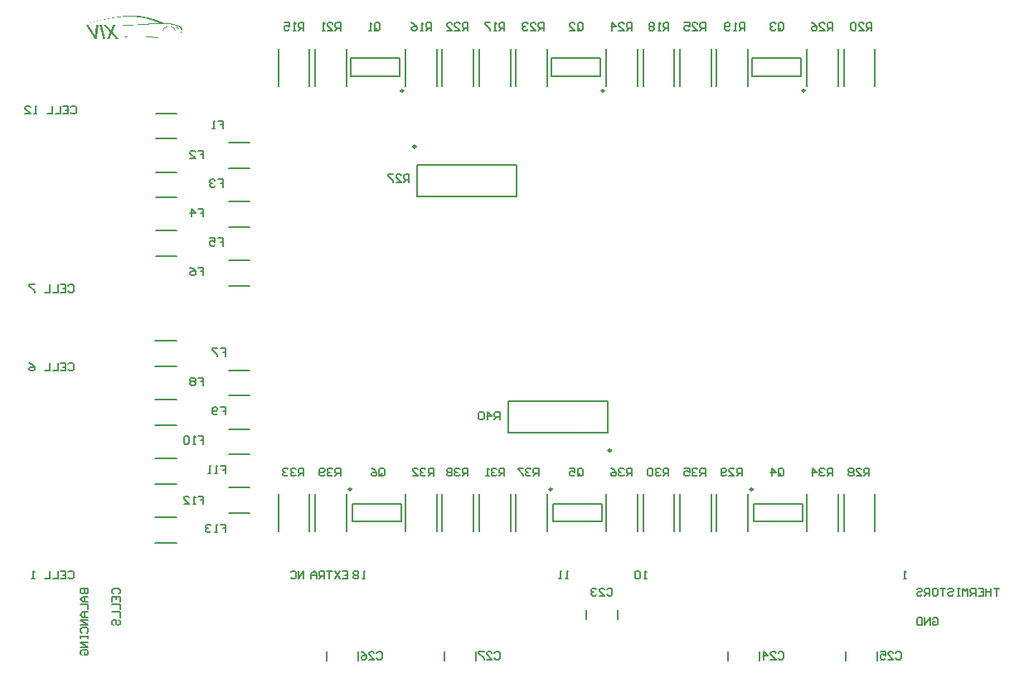
<source format=gbo>
G04*
G04 #@! TF.GenerationSoftware,Altium Limited,Altium Designer,19.1.8 (144)*
G04*
G04 Layer_Color=32896*
%FSLAX25Y25*%
%MOIN*%
G70*
G01*
G75*
%ADD12C,0.00984*%
%ADD15C,0.00787*%
%ADD16C,0.00591*%
G36*
X45520Y268737D02*
X45852D01*
Y268696D01*
X46599D01*
Y268654D01*
X47139D01*
Y268613D01*
X47596D01*
Y268571D01*
X47679D01*
Y268530D01*
X48094D01*
Y268488D01*
X48426D01*
Y268447D01*
X48634D01*
Y268405D01*
X48675D01*
Y268447D01*
X48717D01*
Y268405D01*
X48841D01*
Y268364D01*
X49132D01*
Y268322D01*
X49423D01*
Y268281D01*
X49506D01*
Y268239D01*
X49755D01*
Y268198D01*
X50004D01*
Y268156D01*
X50212D01*
Y268115D01*
X50295D01*
Y268073D01*
X50502D01*
Y268032D01*
X50751D01*
Y267990D01*
X50917D01*
Y267949D01*
X51000D01*
Y267907D01*
X51208D01*
Y267865D01*
X51415D01*
Y267824D01*
X51457D01*
Y267782D01*
X51623D01*
Y267741D01*
X51831D01*
Y267699D01*
X51997D01*
Y267658D01*
X52038D01*
Y267616D01*
X52204D01*
Y267575D01*
X52412D01*
Y267533D01*
X52578D01*
Y267492D01*
X52620D01*
Y267450D01*
X52786D01*
Y267409D01*
X52952D01*
Y267367D01*
X53035D01*
Y267326D01*
X53159D01*
Y267284D01*
X53325D01*
Y267243D01*
X53450D01*
Y267201D01*
X53491D01*
Y267160D01*
X53658D01*
Y267118D01*
X53824D01*
Y267077D01*
X53948D01*
Y267035D01*
X53990D01*
Y266994D01*
X54156D01*
Y266952D01*
X54280D01*
Y266911D01*
X54405D01*
Y266869D01*
X54447D01*
Y266828D01*
X54612D01*
Y266786D01*
X54737D01*
Y266744D01*
X54779D01*
Y266703D01*
X54903D01*
Y266662D01*
X55069D01*
Y266620D01*
X55194D01*
Y266578D01*
X55235D01*
Y266537D01*
X55360D01*
Y266495D01*
X55484D01*
Y266454D01*
X55609D01*
Y266412D01*
X55651D01*
Y266371D01*
X55775D01*
Y266329D01*
X55900D01*
Y266288D01*
X55941D01*
Y266246D01*
X56066D01*
Y266205D01*
X56232D01*
Y266163D01*
X56315D01*
Y266122D01*
X56356D01*
Y266080D01*
X56481D01*
Y266039D01*
X56605D01*
Y265997D01*
X56730D01*
Y265956D01*
X56772D01*
Y265914D01*
X56896D01*
Y265873D01*
X57436D01*
Y265831D01*
X57851D01*
Y265790D01*
X58515D01*
Y265748D01*
X59055D01*
Y265706D01*
X59470D01*
Y265665D01*
X59553D01*
Y265623D01*
X59927D01*
Y265582D01*
X60218D01*
Y265540D01*
X60384D01*
Y265499D01*
X60425D01*
Y265540D01*
X60508D01*
Y265499D01*
X60550D01*
Y265457D01*
X60840D01*
Y265416D01*
X61048D01*
Y265374D01*
X61131D01*
Y265333D01*
X61297D01*
Y265291D01*
X61505D01*
Y265250D01*
X61712D01*
Y265208D01*
X61754D01*
Y265167D01*
X61920D01*
Y265125D01*
X62086D01*
Y265084D01*
X62252D01*
Y265042D01*
X62294D01*
Y265001D01*
X62460D01*
Y264959D01*
X62584D01*
Y264918D01*
X62709D01*
Y264876D01*
X62792D01*
Y264835D01*
X62916D01*
Y264793D01*
X63041D01*
Y264752D01*
X63082D01*
Y264710D01*
X63207D01*
Y264668D01*
X63332D01*
Y264627D01*
X63456D01*
Y264585D01*
X63498D01*
Y264544D01*
X63581D01*
Y264502D01*
X63664D01*
Y264461D01*
X63747D01*
Y264419D01*
X63788D01*
Y264378D01*
X63830D01*
Y264336D01*
X63913D01*
Y264295D01*
X63954D01*
Y264253D01*
X63996D01*
Y264212D01*
X64038D01*
Y264170D01*
X64079D01*
Y264129D01*
X64121D01*
Y264087D01*
Y264046D01*
X64162D01*
Y264004D01*
X64204D01*
Y263963D01*
Y263921D01*
Y263880D01*
X64245D01*
Y263838D01*
Y263797D01*
X64287D01*
Y263755D01*
X64328D01*
Y263714D01*
Y263672D01*
Y263631D01*
Y263589D01*
Y263547D01*
Y263506D01*
Y263464D01*
Y263423D01*
Y263381D01*
Y263340D01*
Y263298D01*
Y263257D01*
Y263215D01*
Y263174D01*
Y263132D01*
Y263091D01*
Y263049D01*
Y263008D01*
Y262966D01*
Y262925D01*
Y262883D01*
Y262842D01*
X64287D01*
Y262800D01*
X64245D01*
Y262759D01*
Y262717D01*
Y262676D01*
Y262634D01*
Y262593D01*
X64204D01*
Y262551D01*
Y262509D01*
Y262468D01*
Y262426D01*
X64162D01*
Y262385D01*
Y262343D01*
Y262302D01*
Y262260D01*
X64121D01*
Y262219D01*
X64079D01*
Y262177D01*
Y262136D01*
Y262094D01*
X64038D01*
Y262053D01*
Y262011D01*
Y261970D01*
Y261928D01*
X63996D01*
Y261887D01*
Y261845D01*
Y261804D01*
X63954D01*
Y261762D01*
X63913D01*
Y261721D01*
Y261679D01*
Y261638D01*
X63871D01*
Y261596D01*
Y261555D01*
Y261513D01*
X63830D01*
Y261472D01*
Y261430D01*
Y261388D01*
X63747D01*
Y261347D01*
Y261305D01*
Y261264D01*
Y261222D01*
X63705D01*
Y261181D01*
Y261139D01*
Y261098D01*
X63664D01*
Y261056D01*
X63622D01*
Y261015D01*
Y260973D01*
X63581D01*
Y260932D01*
Y260890D01*
Y260849D01*
X63539D01*
Y260890D01*
Y260932D01*
Y260973D01*
Y261015D01*
X63581D01*
Y261056D01*
Y261098D01*
Y261139D01*
Y261181D01*
X63622D01*
Y261222D01*
X63664D01*
Y261264D01*
Y261305D01*
Y261347D01*
Y261388D01*
X63705D01*
Y261430D01*
Y261472D01*
Y261513D01*
Y261555D01*
X63747D01*
Y261596D01*
Y261638D01*
Y261679D01*
Y261721D01*
Y261762D01*
X63788D01*
Y261804D01*
X63830D01*
Y261845D01*
Y261887D01*
Y261928D01*
Y261970D01*
Y262011D01*
Y262053D01*
X63871D01*
Y262094D01*
Y262136D01*
Y262177D01*
Y262219D01*
Y262260D01*
Y262302D01*
X63913D01*
Y262343D01*
Y262385D01*
Y262426D01*
Y262468D01*
Y262509D01*
Y262551D01*
X63954D01*
Y262593D01*
Y262634D01*
Y262676D01*
Y262717D01*
Y262759D01*
Y262800D01*
Y262842D01*
Y262883D01*
Y262925D01*
Y262966D01*
Y263008D01*
Y263049D01*
X63913D01*
Y263091D01*
Y263132D01*
Y263174D01*
Y263215D01*
X63871D01*
Y263257D01*
Y263298D01*
Y263340D01*
Y263381D01*
Y263423D01*
X63830D01*
Y263464D01*
Y263506D01*
Y263547D01*
X63747D01*
Y263589D01*
Y263631D01*
Y263672D01*
X63705D01*
Y263714D01*
X63664D01*
Y263755D01*
X63622D01*
Y263797D01*
Y263838D01*
X63581D01*
Y263880D01*
X63539D01*
Y263921D01*
X63456D01*
Y263963D01*
Y264004D01*
X63373D01*
Y264046D01*
X63332D01*
Y264087D01*
X63290D01*
Y264129D01*
X63207D01*
Y264170D01*
X63124D01*
Y264212D01*
X63041D01*
Y264253D01*
X62999D01*
Y264295D01*
X62916D01*
Y264336D01*
X62833D01*
Y264378D01*
X62709D01*
Y264419D01*
X62667D01*
Y264461D01*
X62543D01*
Y264502D01*
X62418D01*
Y264544D01*
X62377D01*
Y264585D01*
X62252D01*
Y264627D01*
X62128D01*
Y264668D01*
X62003D01*
Y264710D01*
X61962D01*
Y264752D01*
X61795D01*
Y264793D01*
X61629D01*
Y264835D01*
X61505D01*
Y264876D01*
X61463D01*
Y264918D01*
X61297D01*
Y264959D01*
X61090D01*
Y265001D01*
X61048D01*
Y265042D01*
X60882D01*
Y265084D01*
X60633D01*
Y265125D01*
X60425D01*
Y265167D01*
X60384D01*
Y265208D01*
X60135D01*
Y265250D01*
X59803D01*
Y265291D01*
X59470D01*
Y265333D01*
X59387D01*
Y265374D01*
X58889D01*
Y265416D01*
X58225D01*
Y265457D01*
X57644D01*
Y265499D01*
X55360D01*
Y265457D01*
X54530D01*
Y265416D01*
X53408D01*
Y265374D01*
X52412D01*
Y265333D01*
X52163D01*
Y265291D01*
X51914D01*
Y265333D01*
X51789D01*
Y265291D01*
X51208D01*
Y265250D01*
X50419D01*
Y265208D01*
X49464D01*
Y265167D01*
X49215D01*
Y265125D01*
X48924D01*
Y265167D01*
X48883D01*
Y265125D01*
X48343D01*
Y265084D01*
X47347D01*
Y265042D01*
X46475D01*
Y265001D01*
X45893D01*
Y264959D01*
X44648D01*
Y264918D01*
X42738D01*
Y264876D01*
X41741D01*
Y264835D01*
X39956D01*
Y264876D01*
X39043D01*
Y264918D01*
X40371D01*
Y264959D01*
X41492D01*
Y265001D01*
X41534D01*
Y264959D01*
X41617D01*
Y265001D01*
X42655D01*
Y265042D01*
X42946D01*
Y265084D01*
X43195D01*
Y265042D01*
X43278D01*
Y265084D01*
X43817D01*
Y265125D01*
X44606D01*
Y265167D01*
X45395D01*
Y265208D01*
X45603D01*
Y265250D01*
X46267D01*
Y265291D01*
X46973D01*
Y265333D01*
X47554D01*
Y265374D01*
X47845D01*
Y265416D01*
X48509D01*
Y265457D01*
X49174D01*
Y265499D01*
X49381D01*
Y265540D01*
X49547D01*
Y265499D01*
X49630D01*
Y265540D01*
X50004D01*
Y265582D01*
X50668D01*
Y265623D01*
X51374D01*
Y265665D01*
X51582D01*
Y265706D01*
X52288D01*
Y265748D01*
X53118D01*
Y265790D01*
X54031D01*
Y265831D01*
X54612D01*
Y265873D01*
X54779D01*
Y265914D01*
Y265956D01*
Y265997D01*
X54612D01*
Y266039D01*
X54488D01*
Y266080D01*
X54447D01*
Y266122D01*
X54363D01*
Y266163D01*
X54239D01*
Y266205D01*
X54114D01*
Y266246D01*
X54073D01*
Y266288D01*
X53948D01*
Y266329D01*
X53824D01*
Y266371D01*
X53741D01*
Y266412D01*
X53658D01*
Y266454D01*
X53533D01*
Y266495D01*
X53408D01*
Y266537D01*
X53367D01*
Y266578D01*
X53242D01*
Y266620D01*
X53118D01*
Y266662D01*
X52993D01*
Y266703D01*
X52952D01*
Y266744D01*
X52786D01*
Y266786D01*
X52661D01*
Y266828D01*
X52537D01*
Y266869D01*
X52454D01*
Y266911D01*
X52329D01*
Y266952D01*
X52163D01*
Y266994D01*
X52121D01*
Y267035D01*
X51955D01*
Y267077D01*
X51789D01*
Y267118D01*
X51665D01*
Y267160D01*
X51582D01*
Y267201D01*
X51415D01*
Y267243D01*
X51249D01*
Y267284D01*
X51083D01*
Y267326D01*
X51042D01*
Y267367D01*
X50834D01*
Y267409D01*
X50668D01*
Y267450D01*
X50585D01*
Y267492D01*
X50419D01*
Y267533D01*
X50212D01*
Y267575D01*
X49962D01*
Y267616D01*
X49921D01*
Y267658D01*
X49713D01*
Y267699D01*
X49464D01*
Y267741D01*
X49257D01*
Y267782D01*
X49174D01*
Y267824D01*
X48883D01*
Y267865D01*
X48634D01*
Y267907D01*
X48509D01*
Y267949D01*
X48260D01*
Y267990D01*
X47969D01*
Y268032D01*
X47596D01*
Y268073D01*
X47513D01*
Y268115D01*
X47139D01*
Y268156D01*
X46682D01*
Y268198D01*
X46226D01*
Y268239D01*
X46060D01*
Y268281D01*
X45437D01*
Y268322D01*
X44606D01*
Y268364D01*
X41534D01*
Y268322D01*
X40620D01*
Y268281D01*
X39915D01*
Y268239D01*
X39749D01*
Y268198D01*
X39209D01*
Y268156D01*
X38752D01*
Y268115D01*
X38295D01*
Y268073D01*
X38171D01*
Y268032D01*
X37797D01*
Y267990D01*
X37382D01*
Y267949D01*
X37091D01*
Y267907D01*
X36925D01*
Y267865D01*
X36593D01*
Y267824D01*
X36261D01*
Y267782D01*
X36178D01*
Y267741D01*
X35846D01*
Y267699D01*
X35555D01*
Y267658D01*
X35265D01*
Y267616D01*
X35181D01*
Y267575D01*
X34891D01*
Y267533D01*
X34642D01*
Y267492D01*
X34393D01*
Y267450D01*
X34310D01*
Y267409D01*
X34019D01*
Y267367D01*
X33728D01*
Y267326D01*
X33687D01*
Y267284D01*
X33604D01*
Y267326D01*
X33562D01*
Y267284D01*
X33438D01*
Y267243D01*
X33189D01*
Y267201D01*
X32939D01*
Y267160D01*
X32856D01*
Y267118D01*
X32649D01*
Y267077D01*
X32400D01*
Y267035D01*
X32192D01*
Y266994D01*
X32109D01*
Y266952D01*
X31860D01*
Y266911D01*
X31652D01*
Y266869D01*
X31569D01*
Y266828D01*
X31486D01*
Y266869D01*
X31445D01*
Y266828D01*
X31362D01*
Y266786D01*
X31113D01*
Y266744D01*
X30905D01*
Y266703D01*
X30822D01*
Y266662D01*
X30614D01*
Y266620D01*
X30407D01*
Y266578D01*
X30241D01*
Y266537D01*
X30116D01*
Y266495D01*
X29908D01*
Y266454D01*
X29701D01*
Y266412D01*
X29618D01*
Y266371D01*
X29452D01*
Y266329D01*
X29203D01*
Y266288D01*
X29037D01*
Y266246D01*
X28953D01*
Y266205D01*
X28746D01*
Y266163D01*
X28538D01*
Y266122D01*
X28372D01*
Y266080D01*
X28248D01*
Y266039D01*
X28040D01*
Y266080D01*
X28206D01*
Y266122D01*
X28289D01*
Y266163D01*
X28497D01*
Y266205D01*
X28704D01*
Y266246D01*
X28870D01*
Y266288D01*
X28953D01*
Y266329D01*
X29120D01*
Y266371D01*
X29327D01*
Y266412D01*
X29410D01*
Y266454D01*
X29576D01*
Y266495D01*
X29784D01*
Y266537D01*
X29991D01*
Y266578D01*
X30075D01*
Y266620D01*
X30282D01*
Y266662D01*
X30490D01*
Y266703D01*
X30656D01*
Y266744D01*
X30739D01*
Y266786D01*
X30946D01*
Y266828D01*
X31154D01*
Y266869D01*
X31362D01*
Y266911D01*
X31445D01*
Y266952D01*
X31652D01*
Y266994D01*
X31901D01*
Y267035D01*
X31943D01*
Y267077D01*
X32151D01*
Y267118D01*
X32400D01*
Y267160D01*
X32607D01*
Y267201D01*
X32690D01*
Y267243D01*
X32898D01*
Y267284D01*
X33147D01*
Y267326D01*
X33272D01*
Y267367D01*
X33396D01*
Y267409D01*
X33645D01*
Y267450D01*
X33894D01*
Y267492D01*
X33977D01*
Y267533D01*
X34185D01*
Y267575D01*
X34434D01*
Y267616D01*
X34683D01*
Y267658D01*
X34766D01*
Y267699D01*
X35015D01*
Y267741D01*
X35265D01*
Y267782D01*
X35514D01*
Y267824D01*
X35597D01*
Y267865D01*
X35887D01*
Y267907D01*
X36178D01*
Y267949D01*
X36261D01*
Y267990D01*
X36510D01*
Y268032D01*
X36801D01*
Y268073D01*
X37133D01*
Y268115D01*
X37174D01*
Y268156D01*
X37506D01*
Y268198D01*
X37839D01*
Y268239D01*
X38129D01*
Y268281D01*
X38254D01*
Y268322D01*
X38586D01*
Y268364D01*
X38960D01*
Y268405D01*
X39084D01*
Y268447D01*
X39167D01*
Y268405D01*
X39250D01*
Y268447D01*
X39458D01*
Y268488D01*
X39873D01*
Y268530D01*
X40371D01*
Y268571D01*
X40496D01*
Y268613D01*
X40994D01*
Y268654D01*
X41658D01*
Y268696D01*
X42447D01*
Y268737D01*
X42779D01*
Y268779D01*
X45520D01*
Y268737D01*
D02*
G37*
G36*
X28040Y265997D02*
X27832D01*
Y266039D01*
X28040D01*
Y265997D01*
D02*
G37*
G36*
X27832Y265956D02*
X27749D01*
Y265914D01*
X27583D01*
Y265956D01*
X27666D01*
Y265997D01*
X27832D01*
Y265956D01*
D02*
G37*
G36*
X27583Y265873D02*
X27376D01*
Y265914D01*
X27583D01*
Y265873D01*
D02*
G37*
G36*
X27376Y265831D02*
X27210D01*
Y265873D01*
X27376D01*
Y265831D01*
D02*
G37*
G36*
X27127Y265790D02*
X27085D01*
Y265748D01*
X26961D01*
Y265790D01*
X27044D01*
Y265831D01*
X27127D01*
Y265790D01*
D02*
G37*
G36*
X59263Y264544D02*
X59636D01*
Y264502D01*
X59844D01*
Y264461D01*
X60010D01*
Y264419D01*
X60052D01*
Y264378D01*
X60218D01*
Y264336D01*
X60301D01*
Y264295D01*
X60342D01*
Y264253D01*
X60425D01*
Y264212D01*
X60550D01*
Y264170D01*
X60591D01*
Y264129D01*
X60633D01*
Y264087D01*
X60716D01*
Y264046D01*
X60799D01*
Y264004D01*
X60840D01*
Y263963D01*
X60882D01*
Y263921D01*
X60923D01*
Y263880D01*
X60965D01*
Y263838D01*
X61006D01*
Y263797D01*
X61048D01*
Y263755D01*
X61090D01*
Y263714D01*
X61131D01*
Y263672D01*
X61173D01*
Y263631D01*
X61214D01*
Y263589D01*
X61256D01*
Y263547D01*
X61297D01*
Y263506D01*
X61339D01*
Y263464D01*
Y263423D01*
X61380D01*
Y263381D01*
X61422D01*
Y263340D01*
Y263298D01*
X61463D01*
Y263257D01*
Y263215D01*
X61505D01*
Y263174D01*
X61546D01*
Y263132D01*
Y263091D01*
X61588D01*
Y263049D01*
Y263008D01*
Y262966D01*
X61671D01*
Y262925D01*
Y262883D01*
Y262842D01*
X61712D01*
Y262800D01*
Y262759D01*
Y262717D01*
X61754D01*
Y262676D01*
Y262634D01*
Y262593D01*
Y262551D01*
X61795D01*
Y262509D01*
X61837D01*
Y262468D01*
Y262426D01*
Y262385D01*
Y262343D01*
Y262302D01*
X61878D01*
Y262260D01*
Y262219D01*
Y262177D01*
Y262136D01*
Y262094D01*
Y262053D01*
Y262011D01*
Y261970D01*
Y261928D01*
X61920D01*
Y261887D01*
Y261845D01*
Y261804D01*
Y261762D01*
Y261721D01*
Y261679D01*
Y261638D01*
Y261596D01*
Y261555D01*
Y261513D01*
Y261472D01*
X61878D01*
Y261430D01*
Y261388D01*
Y261347D01*
Y261305D01*
Y261264D01*
Y261222D01*
Y261181D01*
Y261139D01*
Y261098D01*
X61837D01*
Y261056D01*
Y261015D01*
Y260973D01*
Y260932D01*
Y260890D01*
X61795D01*
Y260849D01*
X61754D01*
Y260807D01*
Y260766D01*
Y260724D01*
Y260683D01*
X61712D01*
Y260641D01*
Y260600D01*
Y260558D01*
X61671D01*
Y260517D01*
Y260475D01*
X61629D01*
Y260434D01*
Y260392D01*
X61588D01*
Y260350D01*
Y260309D01*
X61546D01*
Y260267D01*
Y260226D01*
X61505D01*
Y260184D01*
Y260143D01*
X61463D01*
Y260101D01*
X61422D01*
Y260060D01*
Y260018D01*
X61380D01*
Y259977D01*
Y259935D01*
X61339D01*
Y259894D01*
X61256D01*
Y259935D01*
Y259977D01*
X61297D01*
Y260018D01*
Y260060D01*
X61339D01*
Y260101D01*
X61380D01*
Y260143D01*
Y260184D01*
X61422D01*
Y260226D01*
Y260267D01*
X61463D01*
Y260309D01*
X61505D01*
Y260350D01*
Y260392D01*
X61546D01*
Y260434D01*
Y260475D01*
Y260517D01*
Y260558D01*
X61588D01*
Y260600D01*
Y260641D01*
Y260683D01*
X61629D01*
Y260724D01*
Y260766D01*
X61671D01*
Y260807D01*
Y260849D01*
Y260890D01*
Y260932D01*
X61712D01*
Y260973D01*
Y261015D01*
Y261056D01*
Y261098D01*
Y261139D01*
Y261181D01*
Y261222D01*
Y261264D01*
X61754D01*
Y261305D01*
Y261347D01*
Y261388D01*
Y261430D01*
Y261472D01*
Y261513D01*
Y261555D01*
Y261596D01*
Y261638D01*
Y261679D01*
Y261721D01*
Y261762D01*
Y261804D01*
Y261845D01*
Y261887D01*
Y261928D01*
X61712D01*
Y261970D01*
Y262011D01*
Y262053D01*
Y262094D01*
Y262136D01*
Y262177D01*
Y262219D01*
X61671D01*
Y262260D01*
Y262302D01*
Y262343D01*
Y262385D01*
Y262426D01*
X61629D01*
Y262468D01*
X61588D01*
Y262509D01*
Y262551D01*
Y262593D01*
Y262634D01*
X61546D01*
Y262676D01*
Y262717D01*
Y262759D01*
X61505D01*
Y262800D01*
Y262842D01*
X61422D01*
Y262883D01*
Y262925D01*
Y262966D01*
X61380D01*
Y263008D01*
Y263049D01*
X61339D01*
Y263091D01*
X61297D01*
Y263132D01*
X61256D01*
Y263174D01*
Y263215D01*
X61214D01*
Y263257D01*
X61173D01*
Y263298D01*
X61131D01*
Y263340D01*
Y263381D01*
X61090D01*
Y263423D01*
X61048D01*
Y263464D01*
X61006D01*
Y263506D01*
X60965D01*
Y263547D01*
X60923D01*
Y263589D01*
X60882D01*
Y263631D01*
X60840D01*
Y263672D01*
X60799D01*
Y263714D01*
X60716D01*
Y263755D01*
X60674D01*
Y263797D01*
X60633D01*
Y263838D01*
X60550D01*
Y263880D01*
X60508D01*
Y263921D01*
X60425D01*
Y263963D01*
X60384D01*
Y264004D01*
X60259D01*
Y264046D01*
X60176D01*
Y264087D01*
X60135D01*
Y264129D01*
X60010D01*
Y264170D01*
X59886D01*
Y264212D01*
X59678D01*
Y264253D01*
X59636D01*
Y264295D01*
X59304D01*
Y264336D01*
X58847D01*
Y264295D01*
X58515D01*
Y264253D01*
X58432D01*
Y264212D01*
X58266D01*
Y264170D01*
X58142D01*
Y264129D01*
X58017D01*
Y264087D01*
X57976D01*
Y264046D01*
X57851D01*
Y264004D01*
X57768D01*
Y263963D01*
X57727D01*
Y263921D01*
X57644D01*
Y263880D01*
X57560D01*
Y263838D01*
X57519D01*
Y263797D01*
X57477D01*
Y263755D01*
X57436D01*
Y263714D01*
X57353D01*
Y263672D01*
X57311D01*
Y263631D01*
X57270D01*
Y263589D01*
X57228D01*
Y263547D01*
X57187D01*
Y263506D01*
X57145D01*
Y263464D01*
X57104D01*
Y263423D01*
X57062D01*
Y263381D01*
X57021D01*
Y263340D01*
X56979D01*
Y263298D01*
X56938D01*
Y263257D01*
Y263215D01*
X56896D01*
Y263174D01*
X56855D01*
Y263132D01*
X56813D01*
Y263091D01*
Y263049D01*
X56772D01*
Y263008D01*
Y262966D01*
X56730D01*
Y262925D01*
X56688D01*
Y262883D01*
Y262842D01*
X56647D01*
Y262800D01*
Y262759D01*
X56605D01*
Y262717D01*
Y262676D01*
Y262634D01*
X56564D01*
Y262593D01*
X56522D01*
Y262551D01*
Y262509D01*
Y262468D01*
X56481D01*
Y262426D01*
Y262385D01*
Y262343D01*
Y262302D01*
Y262260D01*
X56439D01*
Y262219D01*
Y262177D01*
Y262136D01*
Y262094D01*
Y262053D01*
Y262011D01*
Y261970D01*
Y261928D01*
X56398D01*
Y261887D01*
Y261845D01*
X56356D01*
Y261804D01*
Y261762D01*
X56398D01*
Y261721D01*
X56356D01*
Y261679D01*
Y261638D01*
Y261596D01*
Y261555D01*
Y261513D01*
Y261472D01*
X56398D01*
Y261430D01*
X56356D01*
Y261388D01*
Y261347D01*
Y261305D01*
X56398D01*
Y261264D01*
X56439D01*
Y261222D01*
Y261181D01*
Y261139D01*
Y261098D01*
Y261056D01*
Y261015D01*
Y260973D01*
Y260932D01*
X56481D01*
Y260890D01*
Y260849D01*
Y260807D01*
Y260766D01*
Y260724D01*
X56522D01*
Y260683D01*
Y260641D01*
Y260600D01*
Y260558D01*
X56564D01*
Y260517D01*
X56605D01*
Y260475D01*
Y260434D01*
Y260392D01*
X56647D01*
Y260350D01*
Y260309D01*
X56688D01*
Y260267D01*
Y260226D01*
X56730D01*
Y260184D01*
X56772D01*
Y260143D01*
Y260101D01*
Y260060D01*
X56813D01*
Y260018D01*
X56855D01*
Y259977D01*
X56896D01*
Y259935D01*
Y259894D01*
X56938D01*
Y259852D01*
X56979D01*
Y259811D01*
X57021D01*
Y259769D01*
X57062D01*
Y259728D01*
X57104D01*
Y259686D01*
X57145D01*
Y259645D01*
X57187D01*
Y259603D01*
X57228D01*
Y259562D01*
X57270D01*
Y259520D01*
X57311D01*
Y259479D01*
X57353D01*
Y259437D01*
X57270D01*
Y259479D01*
X57228D01*
Y259520D01*
X57187D01*
Y259562D01*
X57145D01*
Y259603D01*
X57104D01*
Y259645D01*
X57062D01*
Y259686D01*
X57021D01*
Y259728D01*
X56979D01*
Y259769D01*
X56938D01*
Y259811D01*
X56896D01*
Y259852D01*
X56855D01*
Y259894D01*
X56813D01*
Y259935D01*
X56772D01*
Y259977D01*
Y260018D01*
X56730D01*
Y260060D01*
Y260101D01*
X56688D01*
Y260143D01*
X56647D01*
Y260184D01*
Y260226D01*
X56605D01*
Y260267D01*
Y260309D01*
X56564D01*
Y260350D01*
X56522D01*
Y260392D01*
Y260434D01*
X56481D01*
Y260475D01*
Y260517D01*
Y260558D01*
X56439D01*
Y260600D01*
Y260641D01*
Y260683D01*
X56398D01*
Y260724D01*
Y260766D01*
X56356D01*
Y260807D01*
Y260849D01*
Y260890D01*
X56315D01*
Y260932D01*
Y260973D01*
Y261015D01*
Y261056D01*
Y261098D01*
Y261139D01*
X56273D01*
Y261181D01*
Y261222D01*
Y261264D01*
Y261305D01*
Y261347D01*
Y261388D01*
Y261430D01*
Y261472D01*
Y261513D01*
Y261555D01*
Y261596D01*
Y261638D01*
Y261679D01*
X56232D01*
Y261721D01*
Y261762D01*
Y261804D01*
X56273D01*
Y261845D01*
Y261887D01*
Y261928D01*
Y261970D01*
Y262011D01*
Y262053D01*
Y262094D01*
Y262136D01*
Y262177D01*
Y262219D01*
Y262260D01*
Y262302D01*
X56315D01*
Y262343D01*
Y262385D01*
Y262426D01*
Y262468D01*
Y262509D01*
X56356D01*
Y262551D01*
Y262593D01*
Y262634D01*
Y262676D01*
X56398D01*
Y262717D01*
X56439D01*
Y262759D01*
Y262800D01*
Y262842D01*
X56481D01*
Y262883D01*
Y262925D01*
Y262966D01*
X56522D01*
Y263008D01*
Y263049D01*
X56564D01*
Y263091D01*
X56605D01*
Y263132D01*
Y263174D01*
X56647D01*
Y263215D01*
Y263257D01*
X56688D01*
Y263298D01*
X56730D01*
Y263340D01*
Y263381D01*
X56772D01*
Y263423D01*
X56813D01*
Y263464D01*
Y263506D01*
X56855D01*
Y263547D01*
X56896D01*
Y263589D01*
X56938D01*
Y263631D01*
X56979D01*
Y263672D01*
Y263714D01*
X57062D01*
Y263755D01*
X57104D01*
Y263797D01*
X57145D01*
Y263838D01*
Y263880D01*
X57228D01*
Y263921D01*
X57270D01*
Y263963D01*
X57311D01*
Y264004D01*
X57394D01*
Y264046D01*
X57436D01*
Y264087D01*
X57519D01*
Y264129D01*
X57560D01*
Y264170D01*
X57602D01*
Y264212D01*
X57727D01*
Y264253D01*
X57810D01*
Y264295D01*
X57851D01*
Y264336D01*
X57976D01*
Y264378D01*
X58100D01*
Y264419D01*
X58142D01*
Y264461D01*
X58308D01*
Y264502D01*
X58515D01*
Y264544D01*
X58931D01*
Y264585D01*
X58972D01*
Y264544D01*
X59221D01*
Y264585D01*
X59263D01*
Y264544D01*
D02*
G37*
G36*
X61463Y264461D02*
X61629D01*
Y264419D01*
X61712D01*
Y264378D01*
X61878D01*
Y264336D01*
X62045D01*
Y264295D01*
X62086D01*
Y264253D01*
X62252D01*
Y264212D01*
X62377D01*
Y264170D01*
X62501D01*
Y264129D01*
Y264087D01*
X62626D01*
Y264046D01*
X62709D01*
Y264004D01*
X62792D01*
Y263963D01*
X62833D01*
Y263921D01*
X62916D01*
Y263880D01*
X62999D01*
Y263838D01*
X63041D01*
Y263797D01*
X63082D01*
Y263755D01*
X63124D01*
Y263714D01*
X63165D01*
Y263672D01*
X63207D01*
Y263631D01*
X63249D01*
Y263589D01*
Y263547D01*
X63207D01*
Y263506D01*
X63165D01*
Y263464D01*
X63082D01*
Y263423D01*
X62709D01*
Y263464D01*
X62584D01*
Y263506D01*
X62543D01*
Y263547D01*
X62460D01*
Y263589D01*
X62377D01*
Y263631D01*
Y263672D01*
X62335D01*
Y263714D01*
X62252D01*
Y263755D01*
X62211D01*
Y263797D01*
Y263838D01*
X62169D01*
Y263880D01*
X62086D01*
Y263921D01*
X62045D01*
Y263963D01*
X62003D01*
Y264004D01*
X61962D01*
Y264046D01*
X61878D01*
Y264087D01*
X61837D01*
Y264129D01*
X61795D01*
Y264170D01*
X61754D01*
Y264212D01*
X61671D01*
Y264253D01*
X61629D01*
Y264295D01*
X61588D01*
Y264336D01*
X61505D01*
Y264378D01*
X61422D01*
Y264419D01*
X61380D01*
Y264461D01*
X61297D01*
Y264502D01*
X61463D01*
Y264461D01*
D02*
G37*
G36*
X37382Y264918D02*
Y264876D01*
Y264835D01*
X37341D01*
Y264793D01*
Y264752D01*
X37299D01*
Y264710D01*
Y264668D01*
Y264627D01*
X37257D01*
Y264585D01*
Y264544D01*
X37216D01*
Y264502D01*
Y264461D01*
Y264419D01*
X37174D01*
Y264378D01*
Y264336D01*
Y264295D01*
X37133D01*
Y264253D01*
X37091D01*
Y264212D01*
Y264170D01*
Y264129D01*
X37050D01*
Y264087D01*
Y264046D01*
Y264004D01*
X37008D01*
Y263963D01*
Y263921D01*
Y263880D01*
X36967D01*
Y263838D01*
Y263797D01*
X36925D01*
Y263755D01*
Y263714D01*
Y263672D01*
X36884D01*
Y263631D01*
Y263589D01*
Y263547D01*
X36842D01*
Y263506D01*
Y263464D01*
Y263423D01*
X36801D01*
Y263381D01*
X36759D01*
Y263340D01*
Y263298D01*
Y263257D01*
X36718D01*
Y263215D01*
Y263174D01*
Y263132D01*
Y263091D01*
X36676D01*
Y263049D01*
X36635D01*
Y263008D01*
Y262966D01*
Y262925D01*
X36593D01*
Y262883D01*
Y262842D01*
Y262800D01*
X36552D01*
Y262759D01*
Y262717D01*
Y262676D01*
X36510D01*
Y262634D01*
X36468D01*
Y262593D01*
Y262551D01*
Y262509D01*
X36427D01*
Y262468D01*
Y262426D01*
Y262385D01*
Y262343D01*
X36386D01*
Y262302D01*
Y262260D01*
Y262219D01*
Y262177D01*
Y262136D01*
X36427D01*
Y262094D01*
X36468D01*
Y262053D01*
X36510D01*
Y262011D01*
X36552D01*
Y261970D01*
Y261928D01*
X36593D01*
Y261887D01*
X36635D01*
Y261845D01*
X36676D01*
Y261804D01*
X36718D01*
Y261762D01*
X36759D01*
Y261721D01*
X36801D01*
Y261679D01*
X36842D01*
Y261638D01*
Y261596D01*
X36884D01*
Y261555D01*
X36925D01*
Y261513D01*
X36967D01*
Y261472D01*
X37008D01*
Y261430D01*
X37050D01*
Y261388D01*
X37091D01*
Y261347D01*
X37133D01*
Y261305D01*
Y261264D01*
X37216D01*
Y261222D01*
Y261181D01*
X37257D01*
Y261139D01*
X37299D01*
Y261098D01*
X37341D01*
Y261056D01*
Y261015D01*
X37424D01*
Y260973D01*
X37465D01*
Y260932D01*
Y260890D01*
X37506D01*
Y260849D01*
X37548D01*
Y260807D01*
X37590D01*
Y260766D01*
X37631D01*
Y260724D01*
Y260683D01*
X37714D01*
Y260641D01*
Y260600D01*
X37756D01*
Y260558D01*
X37797D01*
Y260517D01*
X37839D01*
Y260475D01*
X37880D01*
Y260434D01*
X37922D01*
Y260392D01*
X37963D01*
Y260350D01*
X38005D01*
Y260309D01*
Y260267D01*
X38046D01*
Y260226D01*
X38088D01*
Y260184D01*
X38129D01*
Y260143D01*
Y260101D01*
X38212D01*
Y260060D01*
X38254D01*
Y260018D01*
X38295D01*
Y259977D01*
Y259935D01*
X38337D01*
Y259894D01*
X38378D01*
Y259852D01*
X38420D01*
Y259811D01*
Y259769D01*
X38503D01*
Y259728D01*
X38544D01*
Y259686D01*
Y259645D01*
X38586D01*
Y259603D01*
X38628D01*
Y259562D01*
X38669D01*
Y259520D01*
X38711D01*
Y259479D01*
X38752D01*
Y259437D01*
X38794D01*
Y259396D01*
Y259354D01*
X38835D01*
Y259313D01*
X38918D01*
Y259271D01*
X37797D01*
Y259313D01*
X37756D01*
Y259354D01*
Y259396D01*
X37714D01*
Y259437D01*
X37673D01*
Y259479D01*
X37631D01*
Y259520D01*
X37590D01*
Y259562D01*
X37548D01*
Y259603D01*
X37506D01*
Y259645D01*
Y259686D01*
X37465D01*
Y259728D01*
X37424D01*
Y259769D01*
X37382D01*
Y259811D01*
X37341D01*
Y259852D01*
Y259894D01*
X37257D01*
Y259935D01*
Y259977D01*
X37216D01*
Y260018D01*
X37174D01*
Y260060D01*
X37133D01*
Y260101D01*
X37091D01*
Y260143D01*
Y260184D01*
X37050D01*
Y260226D01*
X37008D01*
Y260267D01*
X36967D01*
Y260309D01*
X36925D01*
Y260350D01*
X36884D01*
Y260392D01*
X36842D01*
Y260434D01*
Y260475D01*
X36801D01*
Y260517D01*
X36759D01*
Y260558D01*
X36718D01*
Y260600D01*
Y260641D01*
X36635D01*
Y260683D01*
X36593D01*
Y260724D01*
Y260766D01*
X36552D01*
Y260807D01*
X36510D01*
Y260849D01*
X36468D01*
Y260890D01*
Y260932D01*
X36427D01*
Y260973D01*
X36386D01*
Y261015D01*
X36303D01*
Y261056D01*
Y261098D01*
X36261D01*
Y261139D01*
X36219D01*
Y261181D01*
X36178D01*
Y261222D01*
X36136D01*
Y261264D01*
Y261305D01*
X36095D01*
Y261347D01*
X36053D01*
Y261388D01*
X36012D01*
Y261430D01*
X35846D01*
Y261388D01*
Y261347D01*
Y261305D01*
Y261264D01*
X35804D01*
Y261222D01*
Y261181D01*
Y261139D01*
Y261098D01*
X35763D01*
Y261056D01*
Y261015D01*
Y260973D01*
X35721D01*
Y260932D01*
X35680D01*
Y260890D01*
Y260849D01*
Y260807D01*
X35638D01*
Y260766D01*
Y260724D01*
Y260683D01*
Y260641D01*
X35597D01*
Y260600D01*
X35555D01*
Y260558D01*
Y260517D01*
Y260475D01*
X35514D01*
Y260434D01*
Y260392D01*
Y260350D01*
X35472D01*
Y260309D01*
Y260267D01*
Y260226D01*
X35431D01*
Y260184D01*
X35389D01*
Y260143D01*
Y260101D01*
Y260060D01*
Y260018D01*
X35348D01*
Y259977D01*
Y259935D01*
Y259894D01*
X35306D01*
Y259852D01*
Y259811D01*
Y259769D01*
Y259728D01*
X35223D01*
Y259686D01*
Y259645D01*
Y259603D01*
Y259562D01*
X35181D01*
Y259520D01*
Y259479D01*
Y259437D01*
X35140D01*
Y259396D01*
Y259354D01*
Y259313D01*
Y259271D01*
X34102D01*
Y259313D01*
X34143D01*
Y259354D01*
Y259396D01*
Y259437D01*
X34227D01*
Y259479D01*
Y259520D01*
Y259562D01*
Y259603D01*
X34268D01*
Y259645D01*
Y259686D01*
Y259728D01*
X34310D01*
Y259769D01*
Y259811D01*
X34351D01*
Y259852D01*
Y259894D01*
X34393D01*
Y259935D01*
Y259977D01*
Y260018D01*
Y260060D01*
X34434D01*
Y260101D01*
Y260143D01*
Y260184D01*
X34476D01*
Y260226D01*
X34517D01*
Y260267D01*
Y260309D01*
Y260350D01*
X34559D01*
Y260392D01*
Y260434D01*
Y260475D01*
X34600D01*
Y260517D01*
Y260558D01*
Y260600D01*
X34642D01*
Y260641D01*
X34683D01*
Y260683D01*
Y260724D01*
Y260766D01*
Y260807D01*
X34725D01*
Y260849D01*
Y260890D01*
Y260932D01*
X34766D01*
Y260973D01*
Y261015D01*
Y261056D01*
X34808D01*
Y261098D01*
X34849D01*
Y261139D01*
Y261181D01*
Y261222D01*
X34891D01*
Y261264D01*
Y261305D01*
Y261347D01*
X34932D01*
Y261388D01*
X34974D01*
Y261430D01*
Y261472D01*
Y261513D01*
Y261555D01*
X35015D01*
Y261596D01*
Y261638D01*
Y261679D01*
X35057D01*
Y261721D01*
Y261762D01*
Y261804D01*
X35098D01*
Y261845D01*
X35140D01*
Y261887D01*
Y261928D01*
Y261970D01*
Y262011D01*
X35181D01*
Y262053D01*
Y262094D01*
X35223D01*
Y262136D01*
Y262177D01*
Y262219D01*
X35181D01*
Y262260D01*
X35140D01*
Y262302D01*
X35098D01*
Y262343D01*
X35057D01*
Y262385D01*
X35015D01*
Y262426D01*
X34974D01*
Y262468D01*
X34932D01*
Y262509D01*
X34891D01*
Y262551D01*
X34849D01*
Y262593D01*
Y262634D01*
X34808D01*
Y262676D01*
X34766D01*
Y262717D01*
X34725D01*
Y262759D01*
X34683D01*
Y262800D01*
X34642D01*
Y262842D01*
X34600D01*
Y262883D01*
Y262925D01*
X34559D01*
Y262966D01*
X34517D01*
Y263008D01*
X34476D01*
Y263049D01*
X34434D01*
Y263091D01*
X34393D01*
Y263132D01*
X34351D01*
Y263174D01*
X34310D01*
Y263215D01*
Y263257D01*
X34268D01*
Y263298D01*
X34227D01*
Y263340D01*
X34185D01*
Y263381D01*
X34143D01*
Y263423D01*
X34102D01*
Y263464D01*
X34060D01*
Y263506D01*
X34019D01*
Y263547D01*
X33977D01*
Y263589D01*
X33936D01*
Y263631D01*
Y263672D01*
X33894D01*
Y263714D01*
X33853D01*
Y263755D01*
X33811D01*
Y263797D01*
X33770D01*
Y263838D01*
X33728D01*
Y263880D01*
X33687D01*
Y263921D01*
X33645D01*
Y263963D01*
Y264004D01*
X33604D01*
Y264046D01*
X33562D01*
Y264087D01*
X33521D01*
Y264129D01*
X33479D01*
Y264170D01*
Y264212D01*
X33396D01*
Y264253D01*
Y264295D01*
X33355D01*
Y264336D01*
X33313D01*
Y264378D01*
X33272D01*
Y264419D01*
X33230D01*
Y264461D01*
X33189D01*
Y264502D01*
X33147D01*
Y264544D01*
X33105D01*
Y264585D01*
X33064D01*
Y264627D01*
Y264668D01*
X33022D01*
Y264710D01*
X32981D01*
Y264752D01*
X32939D01*
Y264793D01*
X32898D01*
Y264835D01*
X32856D01*
Y264876D01*
X32815D01*
Y264918D01*
X32773D01*
Y264959D01*
X33894D01*
Y264918D01*
Y264876D01*
X33936D01*
Y264835D01*
X33977D01*
Y264793D01*
X34019D01*
Y264752D01*
X34060D01*
Y264710D01*
Y264668D01*
X34102D01*
Y264627D01*
X34143D01*
Y264585D01*
X34185D01*
Y264544D01*
X34227D01*
Y264502D01*
X34268D01*
Y264461D01*
X34310D01*
Y264419D01*
Y264378D01*
X34393D01*
Y264336D01*
Y264295D01*
X34434D01*
Y264253D01*
X34476D01*
Y264212D01*
X34517D01*
Y264170D01*
X34559D01*
Y264129D01*
Y264087D01*
X34600D01*
Y264046D01*
X34642D01*
Y264004D01*
X34683D01*
Y263963D01*
X34725D01*
Y263921D01*
X34766D01*
Y263880D01*
Y263838D01*
X34808D01*
Y263797D01*
X34849D01*
Y263755D01*
X34891D01*
Y263714D01*
X34932D01*
Y263672D01*
X34974D01*
Y263631D01*
X35015D01*
Y263589D01*
Y263547D01*
X35057D01*
Y263506D01*
X35098D01*
Y263464D01*
X35140D01*
Y263423D01*
X35181D01*
Y263381D01*
X35223D01*
Y263340D01*
Y263298D01*
X35265D01*
Y263257D01*
X35306D01*
Y263215D01*
X35348D01*
Y263174D01*
X35389D01*
Y263132D01*
X35431D01*
Y263091D01*
X35472D01*
Y263049D01*
Y263008D01*
X35514D01*
Y262966D01*
X35597D01*
Y262925D01*
X35680D01*
Y262966D01*
Y263008D01*
Y263049D01*
Y263091D01*
X35721D01*
Y263132D01*
X35763D01*
Y263174D01*
Y263215D01*
Y263257D01*
X35804D01*
Y263298D01*
Y263340D01*
Y263381D01*
X35846D01*
Y263423D01*
Y263464D01*
Y263506D01*
X35887D01*
Y263547D01*
X35929D01*
Y263589D01*
Y263631D01*
Y263672D01*
Y263714D01*
X35970D01*
Y263755D01*
Y263797D01*
Y263838D01*
X36012D01*
Y263880D01*
X36053D01*
Y263921D01*
Y263963D01*
Y264004D01*
X36095D01*
Y264046D01*
Y264087D01*
Y264129D01*
X36136D01*
Y264170D01*
Y264212D01*
Y264253D01*
X36178D01*
Y264295D01*
X36219D01*
Y264336D01*
Y264378D01*
Y264419D01*
Y264461D01*
X36261D01*
Y264502D01*
Y264544D01*
X36303D01*
Y264585D01*
Y264627D01*
Y264668D01*
Y264710D01*
X36344D01*
Y264752D01*
X36386D01*
Y264793D01*
Y264835D01*
Y264876D01*
X36427D01*
Y264918D01*
Y264959D01*
X37382D01*
Y264918D01*
D02*
G37*
G36*
X30697D02*
Y264876D01*
Y264835D01*
Y264793D01*
Y264752D01*
Y264710D01*
Y264668D01*
Y264627D01*
X30656D01*
Y264585D01*
Y264544D01*
Y264502D01*
X30614D01*
Y264461D01*
Y264419D01*
Y264378D01*
Y264336D01*
Y264295D01*
Y264253D01*
Y264212D01*
Y264170D01*
Y264129D01*
X30573D01*
Y264087D01*
Y264046D01*
Y264004D01*
Y263963D01*
Y263921D01*
Y263880D01*
Y263838D01*
Y263797D01*
Y263755D01*
Y263714D01*
X30531D01*
Y263672D01*
Y263631D01*
Y263589D01*
Y263547D01*
Y263506D01*
Y263464D01*
Y263423D01*
Y263381D01*
Y263340D01*
Y263298D01*
Y263257D01*
X30490D01*
Y263215D01*
X30448D01*
Y263174D01*
X30490D01*
Y263132D01*
X30448D01*
Y263091D01*
Y263049D01*
Y263008D01*
Y262966D01*
Y262925D01*
Y262883D01*
Y262842D01*
Y262800D01*
X30407D01*
Y262759D01*
Y262717D01*
Y262676D01*
Y262634D01*
Y262593D01*
Y262551D01*
Y262509D01*
Y262468D01*
Y262426D01*
Y262385D01*
Y262343D01*
X30365D01*
Y262302D01*
Y262260D01*
Y262219D01*
Y262177D01*
Y262136D01*
Y262094D01*
X30324D01*
Y262053D01*
Y262011D01*
Y261970D01*
Y261928D01*
Y261887D01*
X30282D01*
Y261845D01*
Y261804D01*
Y261762D01*
Y261721D01*
Y261679D01*
Y261638D01*
Y261596D01*
Y261555D01*
Y261513D01*
Y261472D01*
Y261430D01*
X30241D01*
Y261388D01*
Y261347D01*
Y261305D01*
Y261264D01*
Y261222D01*
Y261181D01*
Y261139D01*
Y261098D01*
Y261056D01*
Y261015D01*
Y260973D01*
X30199D01*
Y260932D01*
Y260890D01*
Y260849D01*
X30158D01*
Y260807D01*
Y260766D01*
Y260724D01*
Y260683D01*
Y260641D01*
Y260600D01*
Y260558D01*
Y260517D01*
X30116D01*
Y260475D01*
Y260434D01*
Y260392D01*
Y260350D01*
Y260309D01*
Y260267D01*
Y260226D01*
Y260184D01*
Y260143D01*
Y260101D01*
Y260060D01*
X30075D01*
Y260018D01*
Y259977D01*
Y259935D01*
Y259894D01*
Y259852D01*
Y259811D01*
Y259769D01*
Y259728D01*
Y259686D01*
Y259645D01*
X30033D01*
Y259603D01*
Y259562D01*
X29991D01*
Y259520D01*
Y259479D01*
Y259437D01*
Y259396D01*
Y259354D01*
Y259313D01*
X30033D01*
Y259271D01*
X29286D01*
Y259313D01*
Y259354D01*
X29244D01*
Y259396D01*
X29203D01*
Y259437D01*
Y259479D01*
X29161D01*
Y259520D01*
Y259562D01*
X29120D01*
Y259603D01*
X29078D01*
Y259645D01*
X29037D01*
Y259686D01*
Y259728D01*
X28995D01*
Y259769D01*
Y259811D01*
X28953D01*
Y259852D01*
X28912D01*
Y259894D01*
Y259935D01*
X28870D01*
Y259977D01*
Y260018D01*
X28829D01*
Y260060D01*
X28787D01*
Y260101D01*
X28746D01*
Y260143D01*
Y260184D01*
X28704D01*
Y260226D01*
Y260267D01*
X28663D01*
Y260309D01*
X28621D01*
Y260350D01*
Y260392D01*
X28580D01*
Y260434D01*
Y260475D01*
X28538D01*
Y260517D01*
X28497D01*
Y260558D01*
Y260600D01*
X28455D01*
Y260641D01*
X28414D01*
Y260683D01*
Y260724D01*
X28372D01*
Y260766D01*
Y260807D01*
X28331D01*
Y260849D01*
X28289D01*
Y260890D01*
Y260932D01*
X28248D01*
Y260973D01*
Y261015D01*
X28206D01*
Y261056D01*
X28165D01*
Y261098D01*
X28123D01*
Y261139D01*
Y261181D01*
X28082D01*
Y261222D01*
Y261264D01*
X28040D01*
Y261305D01*
Y261347D01*
X27999D01*
Y261388D01*
X27957D01*
Y261430D01*
X27915D01*
Y261472D01*
Y261513D01*
Y261555D01*
X27832D01*
Y261596D01*
Y261638D01*
X27791D01*
Y261679D01*
Y261721D01*
X27749D01*
Y261762D01*
Y261804D01*
X27708D01*
Y261845D01*
X27666D01*
Y261887D01*
X27625D01*
Y261928D01*
Y261970D01*
Y262011D01*
X27583D01*
Y262053D01*
X27542D01*
Y262094D01*
X27500D01*
Y262136D01*
Y262177D01*
X27459D01*
Y262219D01*
Y262260D01*
X27417D01*
Y262302D01*
X27376D01*
Y262343D01*
X27334D01*
Y262385D01*
Y262426D01*
Y262468D01*
X27293D01*
Y262509D01*
X27251D01*
Y262551D01*
X27210D01*
Y262593D01*
Y262634D01*
X27168D01*
Y262676D01*
Y262717D01*
X27127D01*
Y262759D01*
X27085D01*
Y262800D01*
X27044D01*
Y262842D01*
Y262883D01*
Y262925D01*
X27002D01*
Y262966D01*
X26961D01*
Y263008D01*
Y263049D01*
X26919D01*
Y263091D01*
X26878D01*
Y263132D01*
Y263174D01*
X26836D01*
Y263215D01*
Y263257D01*
X26794D01*
Y263298D01*
X26753D01*
Y263340D01*
Y263381D01*
X26711D01*
Y263423D01*
X26670D01*
Y263464D01*
Y263506D01*
X26628D01*
Y263547D01*
X26587D01*
Y263589D01*
Y263631D01*
X26545D01*
Y263672D01*
Y263714D01*
X26504D01*
Y263755D01*
X26462D01*
Y263797D01*
Y263838D01*
X26421D01*
Y263880D01*
X26379D01*
Y263921D01*
Y263963D01*
Y264004D01*
X26296D01*
Y264046D01*
Y264087D01*
X26255D01*
Y264129D01*
Y264170D01*
X26213D01*
Y264212D01*
X26172D01*
Y264253D01*
Y264295D01*
X26130D01*
Y264336D01*
X26089D01*
Y264378D01*
Y264419D01*
Y264461D01*
X26047D01*
Y264502D01*
X26006D01*
Y264544D01*
X25964D01*
Y264585D01*
Y264627D01*
X25923D01*
Y264668D01*
Y264710D01*
X25881D01*
Y264752D01*
X25840D01*
Y264793D01*
X25798D01*
Y264835D01*
Y264876D01*
X25756D01*
Y264918D01*
Y264959D01*
X26711D01*
Y264918D01*
X26753D01*
Y264876D01*
Y264835D01*
X26794D01*
Y264793D01*
X26836D01*
Y264752D01*
Y264710D01*
X26878D01*
Y264668D01*
Y264627D01*
X26919D01*
Y264585D01*
X26961D01*
Y264544D01*
Y264502D01*
X27002D01*
Y264461D01*
X27044D01*
Y264419D01*
Y264378D01*
Y264336D01*
X27127D01*
Y264295D01*
Y264253D01*
X27168D01*
Y264212D01*
Y264170D01*
X27210D01*
Y264129D01*
Y264087D01*
X27251D01*
Y264046D01*
X27293D01*
Y264004D01*
Y263963D01*
X27334D01*
Y263921D01*
Y263880D01*
X27376D01*
Y263838D01*
X27417D01*
Y263797D01*
Y263755D01*
X27459D01*
Y263714D01*
X27500D01*
Y263672D01*
Y263631D01*
Y263589D01*
X27542D01*
Y263547D01*
X27583D01*
Y263506D01*
X27625D01*
Y263464D01*
Y263423D01*
X27666D01*
Y263381D01*
Y263340D01*
X27708D01*
Y263298D01*
X27749D01*
Y263257D01*
Y263215D01*
X27791D01*
Y263174D01*
Y263132D01*
X27832D01*
Y263091D01*
Y263049D01*
X27874D01*
Y263008D01*
X27915D01*
Y262966D01*
X27957D01*
Y262925D01*
Y262883D01*
X27999D01*
Y262842D01*
Y262800D01*
X28040D01*
Y262759D01*
X28082D01*
Y262717D01*
Y262676D01*
X28123D01*
Y262634D01*
Y262593D01*
X28165D01*
Y262551D01*
X28206D01*
Y262509D01*
Y262468D01*
X28248D01*
Y262426D01*
Y262385D01*
X28289D01*
Y262343D01*
Y262302D01*
X28331D01*
Y262260D01*
X28372D01*
Y262219D01*
X28414D01*
Y262177D01*
Y262136D01*
Y262094D01*
X28455D01*
Y262053D01*
X28497D01*
Y262011D01*
X28538D01*
Y261970D01*
Y261928D01*
X28580D01*
Y261887D01*
Y261845D01*
X28621D01*
Y261804D01*
X28663D01*
Y261762D01*
Y261721D01*
X28704D01*
Y261679D01*
Y261638D01*
X28746D01*
Y261596D01*
Y261555D01*
X28829D01*
Y261513D01*
Y261472D01*
Y261430D01*
X28870D01*
Y261388D01*
X28912D01*
Y261347D01*
Y261305D01*
X28953D01*
Y261264D01*
X28995D01*
Y261222D01*
Y261181D01*
X29037D01*
Y261139D01*
Y261098D01*
X29078D01*
Y261056D01*
Y261015D01*
X29120D01*
Y260973D01*
X29161D01*
Y260932D01*
X29203D01*
Y260890D01*
X29244D01*
Y260932D01*
X29286D01*
Y260973D01*
Y261015D01*
Y261056D01*
Y261098D01*
Y261139D01*
Y261181D01*
Y261222D01*
X29327D01*
Y261264D01*
Y261305D01*
Y261347D01*
Y261388D01*
Y261430D01*
Y261472D01*
Y261513D01*
Y261555D01*
Y261596D01*
Y261638D01*
X29369D01*
Y261679D01*
Y261721D01*
Y261762D01*
Y261804D01*
Y261845D01*
Y261887D01*
X29410D01*
Y261928D01*
Y261970D01*
Y262011D01*
Y262053D01*
Y262094D01*
Y262136D01*
Y262177D01*
X29452D01*
Y262219D01*
Y262260D01*
Y262302D01*
Y262343D01*
Y262385D01*
Y262426D01*
Y262468D01*
Y262509D01*
Y262551D01*
Y262593D01*
Y262634D01*
X29493D01*
Y262676D01*
Y262717D01*
Y262759D01*
Y262800D01*
Y262842D01*
Y262883D01*
Y262925D01*
Y262966D01*
Y263008D01*
Y263049D01*
Y263091D01*
Y263132D01*
X29535D01*
Y263174D01*
Y263215D01*
Y263257D01*
X29576D01*
Y263298D01*
Y263340D01*
Y263381D01*
Y263423D01*
Y263464D01*
Y263506D01*
Y263547D01*
Y263589D01*
Y263631D01*
Y263672D01*
X29618D01*
Y263714D01*
Y263755D01*
Y263797D01*
Y263838D01*
Y263880D01*
Y263921D01*
Y263963D01*
Y264004D01*
Y264046D01*
Y264087D01*
Y264129D01*
X29659D01*
Y264170D01*
Y264212D01*
Y264253D01*
Y264295D01*
Y264336D01*
Y264378D01*
Y264419D01*
Y264461D01*
Y264502D01*
Y264544D01*
Y264585D01*
X29701D01*
Y264627D01*
X29742D01*
Y264668D01*
Y264710D01*
Y264752D01*
Y264793D01*
Y264835D01*
Y264876D01*
Y264918D01*
Y264959D01*
X30697D01*
Y264918D01*
D02*
G37*
G36*
X63539Y260807D02*
Y260766D01*
X63498D01*
Y260724D01*
Y260683D01*
X63456D01*
Y260724D01*
Y260766D01*
Y260807D01*
X63498D01*
Y260849D01*
X63539D01*
Y260807D01*
D02*
G37*
G36*
X63456Y260641D02*
Y260600D01*
X63415D01*
Y260641D01*
Y260683D01*
X63456D01*
Y260641D01*
D02*
G37*
G36*
X63415Y260517D02*
Y260475D01*
X63373D01*
Y260517D01*
Y260558D01*
X63415D01*
Y260517D01*
D02*
G37*
G36*
X40662Y260143D02*
X40454D01*
Y260101D01*
X40247D01*
Y260143D01*
X40288D01*
Y260184D01*
X40662D01*
Y260143D01*
D02*
G37*
G36*
X49132Y260475D02*
X50004D01*
Y260434D01*
X50793D01*
Y260392D01*
X51540D01*
Y260350D01*
X52080D01*
Y260309D01*
X52246D01*
Y260267D01*
X52703D01*
Y260226D01*
X53159D01*
Y260184D01*
X53491D01*
Y260143D01*
X53616D01*
Y260101D01*
X53948D01*
Y260060D01*
X54280D01*
Y260018D01*
X54405D01*
Y259977D01*
X54612D01*
Y259935D01*
X54903D01*
Y259894D01*
X55152D01*
Y259852D01*
X55235D01*
Y259811D01*
X55484D01*
Y259769D01*
X55734D01*
Y259728D01*
X55941D01*
Y259686D01*
X55568D01*
Y259728D01*
X53741D01*
Y259769D01*
X53450D01*
Y259811D01*
X53408D01*
Y259852D01*
X53076D01*
Y259894D01*
X52786D01*
Y259935D01*
X52578D01*
Y259977D01*
X52537D01*
Y259935D01*
X52454D01*
Y259977D01*
X52371D01*
Y260018D01*
X51955D01*
Y260060D01*
X51582D01*
Y260101D01*
X51374D01*
Y260143D01*
X50959D01*
Y260184D01*
X50419D01*
Y260226D01*
X49713D01*
Y260267D01*
X49506D01*
Y260309D01*
X48094D01*
Y260350D01*
X45395D01*
Y260309D01*
X45105D01*
Y260350D01*
X45063D01*
Y260309D01*
X42946D01*
Y260267D01*
X42530D01*
Y260226D01*
X42115D01*
Y260267D01*
X42032D01*
Y260226D01*
X41451D01*
Y260184D01*
X40703D01*
Y260226D01*
X41202D01*
Y260267D01*
X41700D01*
Y260309D01*
X41949D01*
Y260350D01*
X42572D01*
Y260392D01*
X43651D01*
Y260434D01*
X45105D01*
Y260475D01*
X46267D01*
Y260517D01*
X49132D01*
Y260475D01*
D02*
G37*
G36*
X61256Y259852D02*
Y259811D01*
X61214D01*
Y259769D01*
X61173D01*
Y259728D01*
X61131D01*
Y259686D01*
X61090D01*
Y259645D01*
X61048D01*
Y259686D01*
Y259728D01*
X61090D01*
Y259769D01*
X61131D01*
Y259811D01*
X61173D01*
Y259852D01*
X61214D01*
Y259894D01*
X61256D01*
Y259852D01*
D02*
G37*
G36*
X61048Y259603D02*
X61006D01*
Y259645D01*
X61048D01*
Y259603D01*
D02*
G37*
G36*
X61006Y259562D02*
X60965D01*
Y259603D01*
X61006D01*
Y259562D01*
D02*
G37*
G36*
X60923Y259479D02*
X60882D01*
Y259520D01*
X60923D01*
Y259479D01*
D02*
G37*
G36*
X60882Y259437D02*
X60799D01*
Y259479D01*
X60882D01*
Y259437D01*
D02*
G37*
G36*
X60799Y259396D02*
X60757D01*
Y259437D01*
X60799D01*
Y259396D01*
D02*
G37*
G36*
X31984Y264918D02*
Y264876D01*
Y264835D01*
X32026D01*
Y264793D01*
X32067D01*
Y264752D01*
Y264710D01*
Y264668D01*
Y264627D01*
X32109D01*
Y264585D01*
Y264544D01*
Y264502D01*
Y264461D01*
Y264419D01*
X32151D01*
Y264378D01*
Y264336D01*
Y264295D01*
Y264253D01*
Y264212D01*
X32192D01*
Y264170D01*
X32234D01*
Y264129D01*
Y264087D01*
Y264046D01*
Y264004D01*
X32275D01*
Y263963D01*
Y263921D01*
Y263880D01*
Y263838D01*
Y263797D01*
Y263755D01*
X32317D01*
Y263714D01*
Y263672D01*
Y263631D01*
Y263589D01*
X32358D01*
Y263547D01*
X32400D01*
Y263506D01*
Y263464D01*
Y263423D01*
Y263381D01*
Y263340D01*
X32441D01*
Y263298D01*
Y263257D01*
Y263215D01*
Y263174D01*
Y263132D01*
X32483D01*
Y263091D01*
Y263049D01*
X32524D01*
Y263008D01*
Y262966D01*
Y262925D01*
X32566D01*
Y262883D01*
Y262842D01*
Y262800D01*
Y262759D01*
Y262717D01*
X32607D01*
Y262676D01*
Y262634D01*
Y262593D01*
Y262551D01*
Y262509D01*
X32649D01*
Y262468D01*
X32690D01*
Y262426D01*
Y262385D01*
Y262343D01*
Y262302D01*
Y262260D01*
X32732D01*
Y262219D01*
Y262177D01*
Y262136D01*
Y262094D01*
Y262053D01*
X32773D01*
Y262011D01*
Y261970D01*
Y261928D01*
Y261887D01*
X32815D01*
Y261845D01*
X32856D01*
Y261804D01*
Y261762D01*
Y261721D01*
Y261679D01*
Y261638D01*
X32898D01*
Y261596D01*
Y261555D01*
Y261513D01*
Y261472D01*
Y261430D01*
X32939D01*
Y261388D01*
Y261347D01*
Y261305D01*
Y261264D01*
X32981D01*
Y261222D01*
X33022D01*
Y261181D01*
Y261139D01*
Y261098D01*
Y261056D01*
Y261015D01*
X33064D01*
Y260973D01*
Y260932D01*
Y260890D01*
Y260849D01*
Y260807D01*
X33105D01*
Y260766D01*
X33147D01*
Y260724D01*
Y260683D01*
Y260641D01*
Y260600D01*
Y260558D01*
X33189D01*
Y260517D01*
Y260475D01*
Y260434D01*
Y260392D01*
X33230D01*
Y260350D01*
Y260309D01*
Y260267D01*
Y260226D01*
Y260184D01*
X33272D01*
Y260143D01*
X33313D01*
Y260101D01*
Y260060D01*
Y260018D01*
Y259977D01*
Y259935D01*
X33355D01*
Y259894D01*
Y259852D01*
Y259811D01*
Y259769D01*
X33396D01*
Y259728D01*
Y259686D01*
Y259645D01*
Y259603D01*
Y259562D01*
X33438D01*
Y259520D01*
X33479D01*
Y259479D01*
Y259437D01*
Y259396D01*
Y259354D01*
Y259313D01*
X33521D01*
Y259271D01*
X32607D01*
Y259313D01*
Y259354D01*
Y259396D01*
X32566D01*
Y259437D01*
Y259479D01*
Y259520D01*
Y259562D01*
Y259603D01*
X32524D01*
Y259645D01*
Y259686D01*
Y259728D01*
Y259769D01*
X32483D01*
Y259811D01*
Y259852D01*
X32441D01*
Y259894D01*
Y259935D01*
Y259977D01*
Y260018D01*
X32400D01*
Y260060D01*
Y260101D01*
Y260143D01*
Y260184D01*
Y260226D01*
X32358D01*
Y260267D01*
Y260309D01*
Y260350D01*
Y260392D01*
X32317D01*
Y260434D01*
Y260475D01*
X32275D01*
Y260517D01*
Y260558D01*
Y260600D01*
Y260641D01*
X32234D01*
Y260683D01*
Y260724D01*
Y260766D01*
Y260807D01*
Y260849D01*
X32192D01*
Y260890D01*
Y260932D01*
Y260973D01*
Y261015D01*
X32151D01*
Y261056D01*
Y261098D01*
X32109D01*
Y261139D01*
Y261181D01*
Y261222D01*
Y261264D01*
X32067D01*
Y261305D01*
Y261347D01*
Y261388D01*
Y261430D01*
Y261472D01*
X32026D01*
Y261513D01*
Y261555D01*
X31984D01*
Y261596D01*
Y261638D01*
Y261679D01*
Y261721D01*
X31943D01*
Y261762D01*
Y261804D01*
Y261845D01*
Y261887D01*
Y261928D01*
X31901D01*
Y261970D01*
Y262011D01*
Y262053D01*
Y262094D01*
X31860D01*
Y262136D01*
Y262177D01*
X31818D01*
Y262219D01*
Y262260D01*
Y262302D01*
Y262343D01*
X31777D01*
Y262385D01*
Y262426D01*
Y262468D01*
Y262509D01*
Y262551D01*
X31735D01*
Y262593D01*
Y262634D01*
Y262676D01*
Y262717D01*
X31694D01*
Y262759D01*
Y262800D01*
X31652D01*
Y262842D01*
Y262883D01*
Y262925D01*
Y262966D01*
X31611D01*
Y263008D01*
Y263049D01*
Y263091D01*
Y263132D01*
Y263174D01*
X31569D01*
Y263215D01*
Y263257D01*
X31528D01*
Y263298D01*
Y263340D01*
Y263381D01*
Y263423D01*
X31486D01*
Y263464D01*
Y263506D01*
Y263547D01*
Y263589D01*
X31445D01*
Y263631D01*
Y263672D01*
Y263714D01*
Y263755D01*
Y263797D01*
X31403D01*
Y263838D01*
Y263880D01*
X31362D01*
Y263921D01*
Y263963D01*
Y264004D01*
Y264046D01*
X31320D01*
Y264087D01*
Y264129D01*
Y264170D01*
Y264212D01*
X31279D01*
Y264253D01*
Y264295D01*
Y264336D01*
Y264378D01*
Y264419D01*
X31237D01*
Y264461D01*
Y264502D01*
X31196D01*
Y264544D01*
Y264585D01*
Y264627D01*
Y264668D01*
X31154D01*
Y264710D01*
Y264752D01*
Y264793D01*
Y264835D01*
Y264876D01*
X31113D01*
Y264918D01*
X31071D01*
Y264959D01*
X31984D01*
Y264918D01*
D02*
G37*
D12*
X158248Y216142D02*
G03*
X158248Y216142I-492J0D01*
G01*
X236673Y93898D02*
G03*
X236673Y93898I-492J0D01*
G01*
X132244Y78323D02*
G03*
X132244Y78323I-492J0D01*
G01*
X212953D02*
G03*
X212953Y78323I-492J0D01*
G01*
X293661D02*
G03*
X293661Y78323I-492J0D01*
G01*
X314606Y238606D02*
G03*
X314606Y238606I-492J0D01*
G01*
X233898D02*
G03*
X233898Y238606I-492J0D01*
G01*
X153189D02*
G03*
X153189Y238606I-492J0D01*
G01*
D15*
X53543Y114370D02*
X62008D01*
X53543Y104134D02*
X62008D01*
X83071Y92323D02*
X91535D01*
X83071Y102559D02*
X91535D01*
X83071Y194095D02*
X91535D01*
X83071Y183858D02*
X91535D01*
X83071Y126181D02*
X91535D01*
X83071Y115945D02*
X91535D01*
X83071Y78937D02*
X91535D01*
X83071Y68701D02*
X91535D01*
X53740Y195669D02*
X62205D01*
X53740Y205906D02*
X62205D01*
X53543Y80512D02*
X62008D01*
X53543Y90748D02*
X62008D01*
X83071Y160236D02*
X91535D01*
X83071Y170473D02*
X91535D01*
X53642Y229528D02*
X62106D01*
X53642Y219291D02*
X62106D01*
X53740Y182283D02*
X62205D01*
X53740Y172047D02*
X62205D01*
X53543Y67126D02*
X62008D01*
X53543Y56890D02*
X62008D01*
X83071Y207480D02*
X91535D01*
X83071Y217717D02*
X91535D01*
X53543Y127756D02*
X62008D01*
X53543Y137992D02*
X62008D01*
X115551Y240551D02*
Y255512D01*
X102953Y240551D02*
Y255512D01*
X196260Y240551D02*
Y255512D01*
X183661Y240551D02*
Y255512D01*
X331102Y9311D02*
Y13130D01*
X343701Y9311D02*
Y12008D01*
Y10433D02*
Y13130D01*
X283858Y9311D02*
Y13130D01*
X296457Y9311D02*
Y12008D01*
Y10433D02*
Y13130D01*
X226772Y26043D02*
Y29862D01*
X239370Y26043D02*
Y28740D01*
Y27165D02*
Y29862D01*
X169685Y9311D02*
Y13130D01*
X182283Y9311D02*
Y12008D01*
Y10433D02*
Y13130D01*
X122441Y9311D02*
Y13130D01*
X135039Y9311D02*
Y12008D01*
Y10433D02*
Y13130D01*
X158602Y196201D02*
Y208917D01*
Y196201D02*
X198602D01*
Y208917D01*
X158602D02*
X198602D01*
X195335Y101122D02*
X235335D01*
X195335D02*
Y113839D01*
X235335D01*
Y101122D02*
Y113839D01*
X130315Y61417D02*
Y76378D01*
X117717Y61417D02*
Y76378D01*
X328150Y61417D02*
Y76378D01*
X315551Y61417D02*
Y76378D01*
X115551Y61417D02*
Y76378D01*
X102953Y61417D02*
Y76378D01*
X342913Y61417D02*
Y76378D01*
X330315Y61417D02*
Y76378D01*
X168898Y240551D02*
Y255512D01*
X181496Y240551D02*
Y255512D01*
X154134Y240551D02*
Y255512D01*
X166732Y240551D02*
Y255512D01*
X152441Y65331D02*
Y72417D01*
X132756Y65331D02*
Y72417D01*
Y65331D02*
X152441D01*
X132756Y72417D02*
X152441D01*
X233150Y65331D02*
Y72417D01*
X213465Y65331D02*
Y72417D01*
Y65331D02*
X233150D01*
X213465Y72417D02*
X233150D01*
X313858Y65331D02*
Y72417D01*
X294173Y65331D02*
Y72417D01*
Y65331D02*
X313858D01*
X294173Y72417D02*
X313858D01*
X293425Y244512D02*
Y251598D01*
X313110Y244512D02*
Y251598D01*
X293425D02*
X313110D01*
X293425Y244512D02*
X313110D01*
X212717D02*
Y251598D01*
X232402Y244512D02*
Y251598D01*
X212717D02*
X232402D01*
X212717Y244512D02*
X232402D01*
X132008D02*
Y251598D01*
X151693Y244512D02*
Y251598D01*
X132008D02*
X151693D01*
X132008Y244512D02*
X151693D01*
X276969Y61417D02*
Y76378D01*
X264370Y61417D02*
Y76378D01*
X154134Y61417D02*
Y76378D01*
X166732Y61417D02*
Y76378D01*
X183661Y61417D02*
Y76378D01*
X196260Y61417D02*
Y76378D01*
X328150Y240551D02*
Y255512D01*
X315551Y240551D02*
Y255512D01*
X276969Y240551D02*
Y255512D01*
X264370Y240551D02*
Y255512D01*
X291732Y240551D02*
Y255512D01*
X279134Y240551D02*
Y255512D01*
X342913Y240551D02*
Y255512D01*
X330315Y240551D02*
Y255512D01*
X247441Y61417D02*
Y76378D01*
X234842Y61417D02*
Y76378D01*
X249606Y240551D02*
Y255512D01*
X262205Y240551D02*
Y255512D01*
X117717Y240551D02*
Y255512D01*
X130315Y240551D02*
Y255512D01*
X198425Y240551D02*
Y255512D01*
X211024Y240551D02*
Y255512D01*
X234842Y240551D02*
Y255512D01*
X247441Y240551D02*
Y255512D01*
X262205Y61417D02*
Y76378D01*
X249606Y61417D02*
Y76378D01*
X291732Y61417D02*
Y76378D01*
X279134Y61417D02*
Y76378D01*
X211024Y61417D02*
Y76378D01*
X198425Y61417D02*
Y76378D01*
X181496Y61417D02*
Y76378D01*
X168898Y61417D02*
Y76378D01*
D16*
X113189Y42323D02*
Y45471D01*
X111090Y42323D01*
Y45471D01*
X107941Y44947D02*
X108466Y45471D01*
X109516D01*
X110040Y44947D01*
Y42848D01*
X109516Y42323D01*
X108466D01*
X107941Y42848D01*
X128806Y45471D02*
X130905D01*
Y42323D01*
X128806D01*
X130905Y43897D02*
X129856D01*
X127757Y45471D02*
X125658Y42323D01*
Y45471D02*
X127757Y42323D01*
X124608Y45471D02*
X122509D01*
X123559D01*
Y42323D01*
X121460D02*
Y45471D01*
X119885D01*
X119361Y44947D01*
Y43897D01*
X119885Y43372D01*
X121460D01*
X120410D02*
X119361Y42323D01*
X118311D02*
Y44422D01*
X117262Y45471D01*
X116212Y44422D01*
Y42323D01*
Y43897D01*
X118311D01*
X137795Y42323D02*
X136746D01*
X137270D01*
Y45471D01*
X137795Y44947D01*
X135171D02*
X134647Y45471D01*
X133597D01*
X133072Y44947D01*
Y44422D01*
X133597Y43897D01*
X133072Y43372D01*
Y42848D01*
X133597Y42323D01*
X134647D01*
X135171Y42848D01*
Y43372D01*
X134647Y43897D01*
X135171Y44422D01*
Y44947D01*
X134647Y43897D02*
X133597D01*
X219488Y42323D02*
X218439D01*
X218963D01*
Y45471D01*
X219488Y44947D01*
X216864Y42323D02*
X215815D01*
X216340D01*
Y45471D01*
X216864Y44947D01*
X250984Y42323D02*
X249935D01*
X250460D01*
Y45471D01*
X250984Y44947D01*
X248360D02*
X247836Y45471D01*
X246786D01*
X246261Y44947D01*
Y42848D01*
X246786Y42323D01*
X247836D01*
X248360Y42848D01*
Y44947D01*
X355315Y42323D02*
X354265D01*
X354790D01*
Y45471D01*
X355315Y44947D01*
X366011Y26246D02*
X366536Y26771D01*
X367585D01*
X368110Y26246D01*
Y24147D01*
X367585Y23622D01*
X366536D01*
X366011Y24147D01*
Y25196D01*
X367061D01*
X364962Y23622D02*
Y26771D01*
X362863Y23622D01*
Y26771D01*
X361813D02*
Y23622D01*
X360239D01*
X359714Y24147D01*
Y26246D01*
X360239Y26771D01*
X361813D01*
X392717Y38582D02*
X390617D01*
X391667D01*
Y35433D01*
X389568Y38582D02*
Y35433D01*
Y37007D01*
X387469D01*
Y38582D01*
Y35433D01*
X384320Y38582D02*
X386419D01*
Y35433D01*
X384320D01*
X386419Y37007D02*
X385370D01*
X383271Y35433D02*
Y38582D01*
X381697D01*
X381172Y38057D01*
Y37007D01*
X381697Y36483D01*
X383271D01*
X382221D02*
X381172Y35433D01*
X380122D02*
Y38582D01*
X379073Y37532D01*
X378023Y38582D01*
Y35433D01*
X376974Y38582D02*
X375924D01*
X376449D01*
Y35433D01*
X376974D01*
X375924D01*
X372251Y38057D02*
X372776Y38582D01*
X373825D01*
X374350Y38057D01*
Y37532D01*
X373825Y37007D01*
X372776D01*
X372251Y36483D01*
Y35958D01*
X372776Y35433D01*
X373825D01*
X374350Y35958D01*
X371201Y38582D02*
X369102D01*
X370152D01*
Y35433D01*
X366478Y38582D02*
X367528D01*
X368053Y38057D01*
Y35958D01*
X367528Y35433D01*
X366478D01*
X365953Y35958D01*
Y38057D01*
X366478Y38582D01*
X364904Y35433D02*
Y38582D01*
X363330D01*
X362805Y38057D01*
Y37007D01*
X363330Y36483D01*
X364904D01*
X363855D02*
X362805Y35433D01*
X359656Y38057D02*
X360181Y38582D01*
X361231D01*
X361755Y38057D01*
Y37532D01*
X361231Y37007D01*
X360181D01*
X359656Y36483D01*
Y35958D01*
X360181Y35433D01*
X361231D01*
X361755Y35958D01*
X18570Y128608D02*
X19095Y129133D01*
X20144D01*
X20669Y128608D01*
Y126509D01*
X20144Y125984D01*
X19095D01*
X18570Y126509D01*
X15422Y129133D02*
X17521D01*
Y125984D01*
X15422D01*
X17521Y127559D02*
X16471D01*
X14372Y129133D02*
Y125984D01*
X12273D01*
X11224Y129133D02*
Y125984D01*
X9125D01*
X2827Y129133D02*
X3877Y128608D01*
X4926Y127559D01*
Y126509D01*
X4402Y125984D01*
X3352D01*
X2827Y126509D01*
Y127034D01*
X3352Y127559D01*
X4926D01*
X18570Y160104D02*
X19095Y160629D01*
X20144D01*
X20669Y160104D01*
Y158005D01*
X20144Y157480D01*
X19095D01*
X18570Y158005D01*
X15422Y160629D02*
X17521D01*
Y157480D01*
X15422D01*
X17521Y159055D02*
X16471D01*
X14372Y160629D02*
Y157480D01*
X12273D01*
X11224Y160629D02*
Y157480D01*
X9125D01*
X4926Y160629D02*
X2827D01*
Y160104D01*
X4926Y158005D01*
Y157480D01*
X19555Y231955D02*
X20079Y232479D01*
X21129D01*
X21654Y231955D01*
Y229855D01*
X21129Y229331D01*
X20079D01*
X19555Y229855D01*
X16406Y232479D02*
X18505D01*
Y229331D01*
X16406D01*
X18505Y230905D02*
X17455D01*
X15356Y232479D02*
Y229331D01*
X13257D01*
X12208Y232479D02*
Y229331D01*
X10109D01*
X5911D02*
X4861D01*
X5386D01*
Y232479D01*
X5911Y231955D01*
X1188Y229331D02*
X3287D01*
X1188Y231430D01*
Y231955D01*
X1712Y232479D01*
X2762D01*
X3287Y231955D01*
X18570Y44947D02*
X19095Y45471D01*
X20144D01*
X20669Y44947D01*
Y42848D01*
X20144Y42323D01*
X19095D01*
X18570Y42848D01*
X15422Y45471D02*
X17521D01*
Y42323D01*
X15422D01*
X17521Y43897D02*
X16471D01*
X14372Y45471D02*
Y42323D01*
X12273D01*
X11224Y45471D02*
Y42323D01*
X9125D01*
X4926D02*
X3877D01*
X4402D01*
Y45471D01*
X4926Y44947D01*
X23426Y38386D02*
X26575D01*
Y36812D01*
X26050Y36287D01*
X25525D01*
X25001Y36812D01*
Y38386D01*
Y36812D01*
X24476Y36287D01*
X23951D01*
X23426Y36812D01*
Y38386D01*
X26575Y35237D02*
X24476D01*
X23426Y34188D01*
X24476Y33138D01*
X26575D01*
X25001D01*
Y35237D01*
X23426Y32089D02*
X26575D01*
Y29990D01*
Y28940D02*
X24476D01*
X23426Y27891D01*
X24476Y26841D01*
X26575D01*
X25001D01*
Y28940D01*
X26575Y25791D02*
X23426D01*
X26575Y23692D01*
X23426D01*
X23951Y20544D02*
X23426Y21069D01*
Y22118D01*
X23951Y22643D01*
X26050D01*
X26575Y22118D01*
Y21069D01*
X26050Y20544D01*
X23426Y19494D02*
Y18445D01*
Y18970D01*
X26575D01*
Y19494D01*
Y18445D01*
Y16871D02*
X23426D01*
X26575Y14771D01*
X23426D01*
X23951Y11623D02*
X23426Y12148D01*
Y13197D01*
X23951Y13722D01*
X26050D01*
X26575Y13197D01*
Y12148D01*
X26050Y11623D01*
X25001D01*
Y12672D01*
X36746Y36287D02*
X36222Y36812D01*
Y37861D01*
X36746Y38386D01*
X38845D01*
X39370Y37861D01*
Y36812D01*
X38845Y36287D01*
X36222Y33138D02*
Y35237D01*
X39370D01*
Y33138D01*
X37796Y35237D02*
Y34188D01*
X36222Y32089D02*
X39370D01*
Y29990D01*
X36222Y28940D02*
X39370D01*
Y26841D01*
X36746Y23692D02*
X36222Y24217D01*
Y25267D01*
X36746Y25791D01*
X37271D01*
X37796Y25267D01*
Y24217D01*
X38320Y23692D01*
X38845D01*
X39370Y24217D01*
Y25267D01*
X38845Y25791D01*
X79594Y111416D02*
X81693D01*
Y109842D01*
X80643D01*
X81693D01*
Y108268D01*
X78544Y108792D02*
X78020Y108268D01*
X76970D01*
X76445Y108792D01*
Y110892D01*
X76970Y111416D01*
X78020D01*
X78544Y110892D01*
Y110367D01*
X78020Y109842D01*
X76445D01*
X70736Y99605D02*
X72835D01*
Y98031D01*
X71785D01*
X72835D01*
Y96457D01*
X69686D02*
X68637D01*
X69161D01*
Y99605D01*
X69686Y99080D01*
X67062D02*
X66537Y99605D01*
X65488D01*
X64963Y99080D01*
Y96982D01*
X65488Y96457D01*
X66537D01*
X67062Y96982D01*
Y99080D01*
X70736Y191141D02*
X72835D01*
Y189566D01*
X71785D01*
X72835D01*
Y187992D01*
X68112D02*
Y191141D01*
X69686Y189566D01*
X67587D01*
X70736Y123227D02*
X72835D01*
Y121653D01*
X71785D01*
X72835D01*
Y120079D01*
X69686Y122703D02*
X69161Y123227D01*
X68112D01*
X67587Y122703D01*
Y122178D01*
X68112Y121653D01*
X67587Y121128D01*
Y120604D01*
X68112Y120079D01*
X69161D01*
X69686Y120604D01*
Y121128D01*
X69161Y121653D01*
X69686Y122178D01*
Y122703D01*
X69161Y121653D02*
X68112D01*
X70736Y75566D02*
X72835D01*
Y73992D01*
X71785D01*
X72835D01*
Y72417D01*
X69686D02*
X68637D01*
X69161D01*
Y75566D01*
X69686Y75041D01*
X64963Y72417D02*
X67062D01*
X64963Y74516D01*
Y75041D01*
X65488Y75566D01*
X66537D01*
X67062Y75041D01*
X78610Y202952D02*
X80709D01*
Y201377D01*
X79659D01*
X80709D01*
Y199803D01*
X77560Y202427D02*
X77035Y202952D01*
X75986D01*
X75461Y202427D01*
Y201902D01*
X75986Y201377D01*
X76511D01*
X75986D01*
X75461Y200853D01*
Y200328D01*
X75986Y199803D01*
X77035D01*
X77560Y200328D01*
X79594Y87794D02*
X81693D01*
Y86220D01*
X80643D01*
X81693D01*
Y84646D01*
X78544D02*
X77495D01*
X78020D01*
Y87794D01*
X78544Y87270D01*
X75920Y84646D02*
X74871D01*
X75396D01*
Y87794D01*
X75920Y87270D01*
X70736Y167519D02*
X72835D01*
Y165944D01*
X71785D01*
X72835D01*
Y164370D01*
X67587Y167519D02*
X68637Y166994D01*
X69686Y165944D01*
Y164895D01*
X69161Y164370D01*
X68112D01*
X67587Y164895D01*
Y165420D01*
X68112Y165944D01*
X69686D01*
X78610Y226574D02*
X80709D01*
Y224999D01*
X79659D01*
X80709D01*
Y223425D01*
X77560D02*
X76511D01*
X77035D01*
Y226574D01*
X77560Y226049D01*
X78610Y179330D02*
X80709D01*
Y177755D01*
X79659D01*
X80709D01*
Y176181D01*
X75461Y179330D02*
X77560D01*
Y177755D01*
X76511Y178280D01*
X75986D01*
X75461Y177755D01*
Y176706D01*
X75986Y176181D01*
X77035D01*
X77560Y176706D01*
X79594Y64172D02*
X81693D01*
Y62598D01*
X80643D01*
X81693D01*
Y61024D01*
X78544D02*
X77495D01*
X78020D01*
Y64172D01*
X78544Y63648D01*
X75920D02*
X75396Y64172D01*
X74346D01*
X73821Y63648D01*
Y63123D01*
X74346Y62598D01*
X74871D01*
X74346D01*
X73821Y62073D01*
Y61548D01*
X74346Y61024D01*
X75396D01*
X75920Y61548D01*
X70736Y214527D02*
X72835D01*
Y212952D01*
X71785D01*
X72835D01*
Y211378D01*
X67587D02*
X69686D01*
X67587Y213477D01*
Y214002D01*
X68112Y214527D01*
X69161D01*
X69686Y214002D01*
X79594Y135038D02*
X81693D01*
Y133464D01*
X80643D01*
X81693D01*
Y131890D01*
X78544Y135038D02*
X76445D01*
Y134514D01*
X78544Y132414D01*
Y131890D01*
X113189Y262795D02*
Y265944D01*
X111615D01*
X111090Y265419D01*
Y264370D01*
X111615Y263845D01*
X113189D01*
X112139D02*
X111090Y262795D01*
X110040D02*
X108991D01*
X109516D01*
Y265944D01*
X110040Y265419D01*
X105317Y265944D02*
X107417D01*
Y264370D01*
X106367Y264894D01*
X105842D01*
X105317Y264370D01*
Y263320D01*
X105842Y262795D01*
X106892D01*
X107417Y263320D01*
X193898Y262795D02*
Y265944D01*
X192323D01*
X191799Y265419D01*
Y264370D01*
X192323Y263845D01*
X193898D01*
X192848D02*
X191799Y262795D01*
X190749D02*
X189699D01*
X190224D01*
Y265944D01*
X190749Y265419D01*
X188125Y265944D02*
X186026D01*
Y265419D01*
X188125Y263320D01*
Y262795D01*
X351247Y12466D02*
X351772Y12991D01*
X352822D01*
X353346Y12466D01*
Y10367D01*
X352822Y9843D01*
X351772D01*
X351247Y10367D01*
X348099Y9843D02*
X350198D01*
X348099Y11942D01*
Y12466D01*
X348624Y12991D01*
X349673D01*
X350198Y12466D01*
X344950Y12991D02*
X347049D01*
Y11417D01*
X346000Y11942D01*
X345475D01*
X344950Y11417D01*
Y10367D01*
X345475Y9843D01*
X346525D01*
X347049Y10367D01*
X304003Y12466D02*
X304528Y12991D01*
X305578D01*
X306102Y12466D01*
Y10367D01*
X305578Y9843D01*
X304528D01*
X304003Y10367D01*
X300855Y9843D02*
X302954D01*
X300855Y11942D01*
Y12466D01*
X301379Y12991D01*
X302429D01*
X302954Y12466D01*
X298231Y9843D02*
Y12991D01*
X299805Y11417D01*
X297706D01*
X235106Y38057D02*
X235630Y38582D01*
X236680D01*
X237205Y38057D01*
Y35958D01*
X236680Y35433D01*
X235630D01*
X235106Y35958D01*
X231957Y35433D02*
X234056D01*
X231957Y37532D01*
Y38057D01*
X232482Y38582D01*
X233531D01*
X234056Y38057D01*
X230908D02*
X230383Y38582D01*
X229333D01*
X228808Y38057D01*
Y37532D01*
X229333Y37007D01*
X229858D01*
X229333D01*
X228808Y36483D01*
Y35958D01*
X229333Y35433D01*
X230383D01*
X230908Y35958D01*
X189830Y12466D02*
X190355Y12991D01*
X191404D01*
X191929Y12466D01*
Y10367D01*
X191404Y9843D01*
X190355D01*
X189830Y10367D01*
X186681Y9843D02*
X188780D01*
X186681Y11942D01*
Y12466D01*
X187206Y12991D01*
X188256D01*
X188780Y12466D01*
X185632Y12991D02*
X183533D01*
Y12466D01*
X185632Y10367D01*
Y9843D01*
X142586Y12466D02*
X143111Y12991D01*
X144160D01*
X144685Y12466D01*
Y10367D01*
X144160Y9843D01*
X143111D01*
X142586Y10367D01*
X139437Y9843D02*
X141536D01*
X139437Y11942D01*
Y12466D01*
X139962Y12991D01*
X141012D01*
X141536Y12466D01*
X136289Y12991D02*
X137338Y12466D01*
X138388Y11417D01*
Y10367D01*
X137863Y9843D01*
X136814D01*
X136289Y10367D01*
Y10892D01*
X136814Y11417D01*
X138388D01*
X191929Y106299D02*
Y109448D01*
X190355D01*
X189830Y108923D01*
Y107873D01*
X190355Y107349D01*
X191929D01*
X190880D02*
X189830Y106299D01*
X187206D02*
Y109448D01*
X188780Y107873D01*
X186681D01*
X185632Y108923D02*
X185107Y109448D01*
X184058D01*
X183533Y108923D01*
Y106824D01*
X184058Y106299D01*
X185107D01*
X185632Y106824D01*
Y108923D01*
X325787Y83661D02*
Y86810D01*
X324213D01*
X323688Y86285D01*
Y85236D01*
X324213Y84711D01*
X325787D01*
X324738D02*
X323688Y83661D01*
X322639Y86285D02*
X322114Y86810D01*
X321064D01*
X320540Y86285D01*
Y85760D01*
X321064Y85236D01*
X321589D01*
X321064D01*
X320540Y84711D01*
Y84186D01*
X321064Y83661D01*
X322114D01*
X322639Y84186D01*
X317916Y83661D02*
Y86810D01*
X319490Y85236D01*
X317391D01*
X340551Y83661D02*
Y86810D01*
X338977D01*
X338452Y86285D01*
Y85236D01*
X338977Y84711D01*
X340551D01*
X339502D02*
X338452Y83661D01*
X335303D02*
X337403D01*
X335303Y85760D01*
Y86285D01*
X335828Y86810D01*
X336878D01*
X337403Y86285D01*
X334254D02*
X333729Y86810D01*
X332680D01*
X332155Y86285D01*
Y85760D01*
X332680Y85236D01*
X332155Y84711D01*
Y84186D01*
X332680Y83661D01*
X333729D01*
X334254Y84186D01*
Y84711D01*
X333729Y85236D01*
X334254Y85760D01*
Y86285D01*
X333729Y85236D02*
X332680D01*
X179134Y262795D02*
Y265944D01*
X177560D01*
X177035Y265419D01*
Y264370D01*
X177560Y263845D01*
X179134D01*
X178084D02*
X177035Y262795D01*
X173886D02*
X175985D01*
X173886Y264894D01*
Y265419D01*
X174411Y265944D01*
X175461D01*
X175985Y265419D01*
X170738Y262795D02*
X172837D01*
X170738Y264894D01*
Y265419D01*
X171262Y265944D01*
X172312D01*
X172837Y265419D01*
X164370Y262795D02*
Y265944D01*
X162796D01*
X162271Y265419D01*
Y264370D01*
X162796Y263845D01*
X164370D01*
X163321D02*
X162271Y262795D01*
X161222D02*
X160172D01*
X160697D01*
Y265944D01*
X161222Y265419D01*
X156499Y265944D02*
X157548Y265419D01*
X158598Y264370D01*
Y263320D01*
X158073Y262795D01*
X157023D01*
X156499Y263320D01*
Y263845D01*
X157023Y264370D01*
X158598D01*
X179134Y83661D02*
Y86810D01*
X177560D01*
X177035Y86285D01*
Y85236D01*
X177560Y84711D01*
X179134D01*
X178084D02*
X177035Y83661D01*
X175985Y86285D02*
X175461Y86810D01*
X174411D01*
X173886Y86285D01*
Y85760D01*
X174411Y85236D01*
X174936D01*
X174411D01*
X173886Y84711D01*
Y84186D01*
X174411Y83661D01*
X175461D01*
X175985Y84186D01*
X172837Y86285D02*
X172312Y86810D01*
X171262D01*
X170738Y86285D01*
Y85760D01*
X171262Y85236D01*
X170738Y84711D01*
Y84186D01*
X171262Y83661D01*
X172312D01*
X172837Y84186D01*
Y84711D01*
X172312Y85236D01*
X172837Y85760D01*
Y86285D01*
X172312Y85236D02*
X171262D01*
X165354Y83661D02*
Y86810D01*
X163780D01*
X163255Y86285D01*
Y85236D01*
X163780Y84711D01*
X165354D01*
X164305D02*
X163255Y83661D01*
X162206Y86285D02*
X161681Y86810D01*
X160631D01*
X160107Y86285D01*
Y85760D01*
X160631Y85236D01*
X161156D01*
X160631D01*
X160107Y84711D01*
Y84186D01*
X160631Y83661D01*
X161681D01*
X162206Y84186D01*
X156958Y83661D02*
X159057D01*
X156958Y85760D01*
Y86285D01*
X157483Y86810D01*
X158532D01*
X159057Y86285D01*
X325787Y262795D02*
Y265944D01*
X324213D01*
X323688Y265419D01*
Y264370D01*
X324213Y263845D01*
X325787D01*
X324738D02*
X323688Y262795D01*
X320540D02*
X322639D01*
X320540Y264894D01*
Y265419D01*
X321064Y265944D01*
X322114D01*
X322639Y265419D01*
X317391Y265944D02*
X318441Y265419D01*
X319490Y264370D01*
Y263320D01*
X318966Y262795D01*
X317916D01*
X317391Y263320D01*
Y263845D01*
X317916Y264370D01*
X319490D01*
X341535Y262795D02*
Y265944D01*
X339961D01*
X339436Y265419D01*
Y264370D01*
X339961Y263845D01*
X341535D01*
X340486D02*
X339436Y262795D01*
X336288D02*
X338387D01*
X336288Y264894D01*
Y265419D01*
X336812Y265944D01*
X337862D01*
X338387Y265419D01*
X335238D02*
X334714Y265944D01*
X333664D01*
X333139Y265419D01*
Y263320D01*
X333664Y262795D01*
X334714D01*
X335238Y263320D01*
Y265419D01*
X207677Y83661D02*
Y86810D01*
X206103D01*
X205578Y86285D01*
Y85236D01*
X206103Y84711D01*
X207677D01*
X206628D02*
X205578Y83661D01*
X204529Y86285D02*
X204004Y86810D01*
X202954D01*
X202430Y86285D01*
Y85760D01*
X202954Y85236D01*
X203479D01*
X202954D01*
X202430Y84711D01*
Y84186D01*
X202954Y83661D01*
X204004D01*
X204529Y84186D01*
X201380Y86810D02*
X199281D01*
Y86285D01*
X201380Y84186D01*
Y83661D01*
X193898D02*
Y86810D01*
X192323D01*
X191799Y86285D01*
Y85236D01*
X192323Y84711D01*
X193898D01*
X192848D02*
X191799Y83661D01*
X190749Y86285D02*
X190224Y86810D01*
X189175D01*
X188650Y86285D01*
Y85760D01*
X189175Y85236D01*
X189699D01*
X189175D01*
X188650Y84711D01*
Y84186D01*
X189175Y83661D01*
X190224D01*
X190749Y84186D01*
X187601Y83661D02*
X186551D01*
X187076D01*
Y86810D01*
X187601Y86285D01*
X274606Y262795D02*
Y265944D01*
X273032D01*
X272507Y265419D01*
Y264370D01*
X273032Y263845D01*
X274606D01*
X273557D02*
X272507Y262795D01*
X269359D02*
X271458D01*
X269359Y264894D01*
Y265419D01*
X269883Y265944D01*
X270933D01*
X271458Y265419D01*
X266210Y265944D02*
X268309D01*
Y264370D01*
X267260Y264894D01*
X266735D01*
X266210Y264370D01*
Y263320D01*
X266735Y262795D01*
X267784D01*
X268309Y263320D01*
X290354Y262795D02*
Y265944D01*
X288780D01*
X288255Y265419D01*
Y264370D01*
X288780Y263845D01*
X290354D01*
X289305D02*
X288255Y262795D01*
X287206D02*
X286156D01*
X286681D01*
Y265944D01*
X287206Y265419D01*
X284582Y263320D02*
X284057Y262795D01*
X283008D01*
X282483Y263320D01*
Y265419D01*
X283008Y265944D01*
X284057D01*
X284582Y265419D01*
Y264894D01*
X284057Y264370D01*
X282483D01*
X127953Y83661D02*
Y86810D01*
X126379D01*
X125854Y86285D01*
Y85236D01*
X126379Y84711D01*
X127953D01*
X126903D02*
X125854Y83661D01*
X124804Y86285D02*
X124279Y86810D01*
X123230D01*
X122705Y86285D01*
Y85760D01*
X123230Y85236D01*
X123755D01*
X123230D01*
X122705Y84711D01*
Y84186D01*
X123230Y83661D01*
X124279D01*
X124804Y84186D01*
X121656D02*
X121131Y83661D01*
X120081D01*
X119556Y84186D01*
Y86285D01*
X120081Y86810D01*
X121131D01*
X121656Y86285D01*
Y85760D01*
X121131Y85236D01*
X119556D01*
X113189Y83661D02*
Y86810D01*
X111615D01*
X111090Y86285D01*
Y85236D01*
X111615Y84711D01*
X113189D01*
X112139D02*
X111090Y83661D01*
X110040Y86285D02*
X109516Y86810D01*
X108466D01*
X107941Y86285D01*
Y85760D01*
X108466Y85236D01*
X108991D01*
X108466D01*
X107941Y84711D01*
Y84186D01*
X108466Y83661D01*
X109516D01*
X110040Y84186D01*
X106892Y86285D02*
X106367Y86810D01*
X105317D01*
X104793Y86285D01*
Y85760D01*
X105317Y85236D01*
X105842D01*
X105317D01*
X104793Y84711D01*
Y84186D01*
X105317Y83661D01*
X106367D01*
X106892Y84186D01*
X155512Y201772D02*
Y204920D01*
X153937D01*
X153413Y204396D01*
Y203346D01*
X153937Y202821D01*
X155512D01*
X154462D02*
X153413Y201772D01*
X150264D02*
X152363D01*
X150264Y203871D01*
Y204396D01*
X150789Y204920D01*
X151838D01*
X152363Y204396D01*
X149215Y204920D02*
X147116D01*
Y204396D01*
X149215Y202296D01*
Y201772D01*
X245079Y83661D02*
Y86810D01*
X243504D01*
X242980Y86285D01*
Y85236D01*
X243504Y84711D01*
X245079D01*
X244029D02*
X242980Y83661D01*
X241930Y86285D02*
X241405Y86810D01*
X240356D01*
X239831Y86285D01*
Y85760D01*
X240356Y85236D01*
X240881D01*
X240356D01*
X239831Y84711D01*
Y84186D01*
X240356Y83661D01*
X241405D01*
X241930Y84186D01*
X236683Y86810D02*
X237732Y86285D01*
X238782Y85236D01*
Y84186D01*
X238257Y83661D01*
X237207D01*
X236683Y84186D01*
Y84711D01*
X237207Y85236D01*
X238782D01*
X259842Y83661D02*
Y86810D01*
X258268D01*
X257744Y86285D01*
Y85236D01*
X258268Y84711D01*
X259842D01*
X258793D02*
X257744Y83661D01*
X256694Y86285D02*
X256169Y86810D01*
X255120D01*
X254595Y86285D01*
Y85760D01*
X255120Y85236D01*
X255644D01*
X255120D01*
X254595Y84711D01*
Y84186D01*
X255120Y83661D01*
X256169D01*
X256694Y84186D01*
X253545Y86285D02*
X253021Y86810D01*
X251971D01*
X251446Y86285D01*
Y84186D01*
X251971Y83661D01*
X253021D01*
X253545Y84186D01*
Y86285D01*
X245079Y262795D02*
Y265944D01*
X243504D01*
X242980Y265419D01*
Y264370D01*
X243504Y263845D01*
X245079D01*
X244029D02*
X242980Y262795D01*
X239831D02*
X241930D01*
X239831Y264894D01*
Y265419D01*
X240356Y265944D01*
X241405D01*
X241930Y265419D01*
X237207Y262795D02*
Y265944D01*
X238782Y264370D01*
X236683D01*
X259842Y262795D02*
Y265944D01*
X258268D01*
X257744Y265419D01*
Y264370D01*
X258268Y263845D01*
X259842D01*
X258793D02*
X257744Y262795D01*
X256694D02*
X255644D01*
X256169D01*
Y265944D01*
X256694Y265419D01*
X254070D02*
X253545Y265944D01*
X252496D01*
X251971Y265419D01*
Y264894D01*
X252496Y264370D01*
X251971Y263845D01*
Y263320D01*
X252496Y262795D01*
X253545D01*
X254070Y263320D01*
Y263845D01*
X253545Y264370D01*
X254070Y264894D01*
Y265419D01*
X253545Y264370D02*
X252496D01*
X274606Y83661D02*
Y86810D01*
X273032D01*
X272507Y86285D01*
Y85236D01*
X273032Y84711D01*
X274606D01*
X273557D02*
X272507Y83661D01*
X271458Y86285D02*
X270933Y86810D01*
X269883D01*
X269359Y86285D01*
Y85760D01*
X269883Y85236D01*
X270408D01*
X269883D01*
X269359Y84711D01*
Y84186D01*
X269883Y83661D01*
X270933D01*
X271458Y84186D01*
X266210Y86810D02*
X268309D01*
Y85236D01*
X267260Y85760D01*
X266735D01*
X266210Y85236D01*
Y84186D01*
X266735Y83661D01*
X267784D01*
X268309Y84186D01*
X289370Y83661D02*
Y86810D01*
X287796D01*
X287271Y86285D01*
Y85236D01*
X287796Y84711D01*
X289370D01*
X288321D02*
X287271Y83661D01*
X284122D02*
X286222D01*
X284122Y85760D01*
Y86285D01*
X284647Y86810D01*
X285697D01*
X286222Y86285D01*
X283073Y84186D02*
X282548Y83661D01*
X281499D01*
X280974Y84186D01*
Y86285D01*
X281499Y86810D01*
X282548D01*
X283073Y86285D01*
Y85760D01*
X282548Y85236D01*
X280974D01*
X209646Y262795D02*
Y265944D01*
X208071D01*
X207547Y265419D01*
Y264370D01*
X208071Y263845D01*
X209646D01*
X208596D02*
X207547Y262795D01*
X204398D02*
X206497D01*
X204398Y264894D01*
Y265419D01*
X204923Y265944D01*
X205972D01*
X206497Y265419D01*
X203348D02*
X202824Y265944D01*
X201774D01*
X201249Y265419D01*
Y264894D01*
X201774Y264370D01*
X202299D01*
X201774D01*
X201249Y263845D01*
Y263320D01*
X201774Y262795D01*
X202824D01*
X203348Y263320D01*
X127953Y262795D02*
Y265944D01*
X126379D01*
X125854Y265419D01*
Y264370D01*
X126379Y263845D01*
X127953D01*
X126903D02*
X125854Y262795D01*
X122705D02*
X124804D01*
X122705Y264894D01*
Y265419D01*
X123230Y265944D01*
X124279D01*
X124804Y265419D01*
X121656Y262795D02*
X120606D01*
X121131D01*
Y265944D01*
X121656Y265419D01*
X143570Y84186D02*
Y86285D01*
X144095Y86810D01*
X145144D01*
X145669Y86285D01*
Y84186D01*
X145144Y83661D01*
X144095D01*
X144620Y84711D02*
X143570Y83661D01*
X144095D02*
X143570Y84186D01*
X140422Y86810D02*
X141471Y86285D01*
X142521Y85236D01*
Y84186D01*
X141996Y83661D01*
X140946D01*
X140422Y84186D01*
Y84711D01*
X140946Y85236D01*
X142521D01*
X304003Y84186D02*
Y86285D01*
X304528Y86810D01*
X305578D01*
X306102Y86285D01*
Y84186D01*
X305578Y83661D01*
X304528D01*
X305053Y84711D02*
X304003Y83661D01*
X304528D02*
X304003Y84186D01*
X301379Y83661D02*
Y86810D01*
X302954Y85236D01*
X300855D01*
X223295Y263320D02*
Y265419D01*
X223819Y265944D01*
X224869D01*
X225394Y265419D01*
Y263320D01*
X224869Y262795D01*
X223819D01*
X224344Y263845D02*
X223295Y262795D01*
X223819D02*
X223295Y263320D01*
X220146Y262795D02*
X222245D01*
X220146Y264894D01*
Y265419D01*
X220671Y265944D01*
X221720D01*
X222245Y265419D01*
X223295Y84186D02*
Y86285D01*
X223819Y86810D01*
X224869D01*
X225394Y86285D01*
Y84186D01*
X224869Y83661D01*
X223819D01*
X224344Y84711D02*
X223295Y83661D01*
X223819D02*
X223295Y84186D01*
X220146Y86810D02*
X222245D01*
Y85236D01*
X221196Y85760D01*
X220671D01*
X220146Y85236D01*
Y84186D01*
X220671Y83661D01*
X221720D01*
X222245Y84186D01*
X304003Y263320D02*
Y265419D01*
X304528Y265944D01*
X305578D01*
X306102Y265419D01*
Y263320D01*
X305578Y262795D01*
X304528D01*
X305053Y263845D02*
X304003Y262795D01*
X304528D02*
X304003Y263320D01*
X302954Y265419D02*
X302429Y265944D01*
X301379D01*
X300855Y265419D01*
Y264894D01*
X301379Y264370D01*
X301904D01*
X301379D01*
X300855Y263845D01*
Y263320D01*
X301379Y262795D01*
X302429D01*
X302954Y263320D01*
X141602D02*
Y265419D01*
X142127Y265944D01*
X143176D01*
X143701Y265419D01*
Y263320D01*
X143176Y262795D01*
X142127D01*
X142651Y263845D02*
X141602Y262795D01*
X142127D02*
X141602Y263320D01*
X140552Y262795D02*
X139503D01*
X140027D01*
Y265944D01*
X140552Y265419D01*
M02*

</source>
